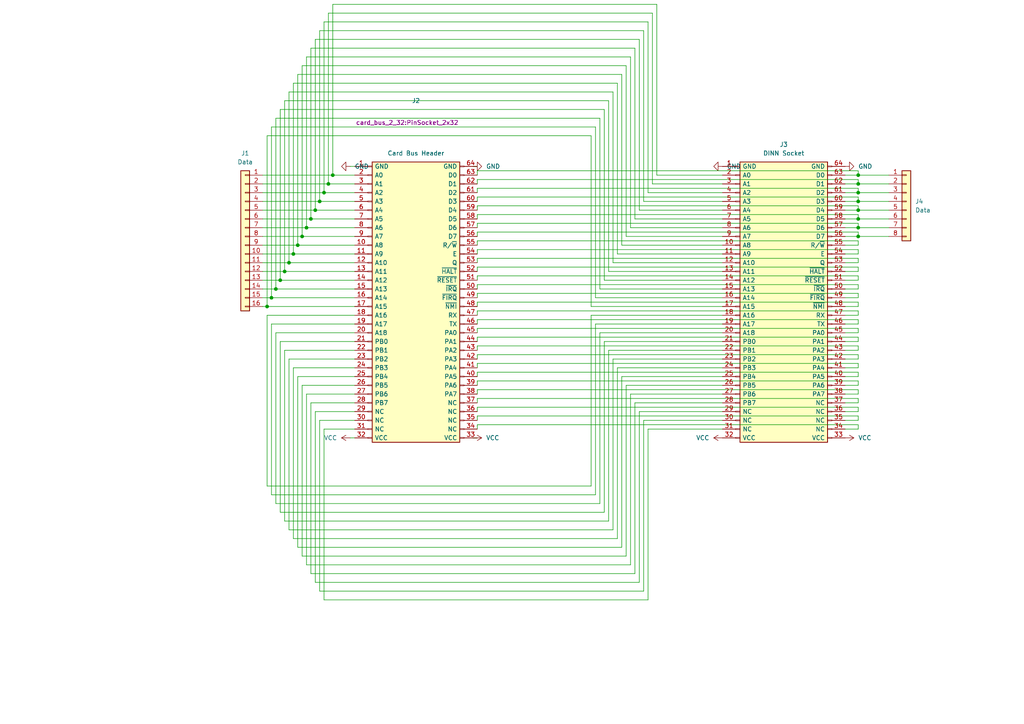
<source format=kicad_sch>
(kicad_sch (version 20211123) (generator eeschema)

  (uuid 62beb7f0-e6a2-4d65-a612-629b8b55c374)

  (paper "A4")

  (lib_symbols
    (symbol "Connector_Generic:Conn_01x08" (pin_names (offset 1.016) hide) (in_bom yes) (on_board yes)
      (property "Reference" "J" (id 0) (at 0 10.16 0)
        (effects (font (size 1.27 1.27)))
      )
      (property "Value" "Conn_01x08" (id 1) (at 0 -12.7 0)
        (effects (font (size 1.27 1.27)))
      )
      (property "Footprint" "" (id 2) (at 0 0 0)
        (effects (font (size 1.27 1.27)) hide)
      )
      (property "Datasheet" "~" (id 3) (at 0 0 0)
        (effects (font (size 1.27 1.27)) hide)
      )
      (property "ki_keywords" "connector" (id 4) (at 0 0 0)
        (effects (font (size 1.27 1.27)) hide)
      )
      (property "ki_description" "Generic connector, single row, 01x08, script generated (kicad-library-utils/schlib/autogen/connector/)" (id 5) (at 0 0 0)
        (effects (font (size 1.27 1.27)) hide)
      )
      (property "ki_fp_filters" "Connector*:*_1x??_*" (id 6) (at 0 0 0)
        (effects (font (size 1.27 1.27)) hide)
      )
      (symbol "Conn_01x08_1_1"
        (rectangle (start -1.27 -10.033) (end 0 -10.287)
          (stroke (width 0.1524) (type default) (color 0 0 0 0))
          (fill (type none))
        )
        (rectangle (start -1.27 -7.493) (end 0 -7.747)
          (stroke (width 0.1524) (type default) (color 0 0 0 0))
          (fill (type none))
        )
        (rectangle (start -1.27 -4.953) (end 0 -5.207)
          (stroke (width 0.1524) (type default) (color 0 0 0 0))
          (fill (type none))
        )
        (rectangle (start -1.27 -2.413) (end 0 -2.667)
          (stroke (width 0.1524) (type default) (color 0 0 0 0))
          (fill (type none))
        )
        (rectangle (start -1.27 0.127) (end 0 -0.127)
          (stroke (width 0.1524) (type default) (color 0 0 0 0))
          (fill (type none))
        )
        (rectangle (start -1.27 2.667) (end 0 2.413)
          (stroke (width 0.1524) (type default) (color 0 0 0 0))
          (fill (type none))
        )
        (rectangle (start -1.27 5.207) (end 0 4.953)
          (stroke (width 0.1524) (type default) (color 0 0 0 0))
          (fill (type none))
        )
        (rectangle (start -1.27 7.747) (end 0 7.493)
          (stroke (width 0.1524) (type default) (color 0 0 0 0))
          (fill (type none))
        )
        (rectangle (start -1.27 8.89) (end 1.27 -11.43)
          (stroke (width 0.254) (type default) (color 0 0 0 0))
          (fill (type background))
        )
        (pin passive line (at -5.08 7.62 0) (length 3.81)
          (name "Pin_1" (effects (font (size 1.27 1.27))))
          (number "1" (effects (font (size 1.27 1.27))))
        )
        (pin passive line (at -5.08 5.08 0) (length 3.81)
          (name "Pin_2" (effects (font (size 1.27 1.27))))
          (number "2" (effects (font (size 1.27 1.27))))
        )
        (pin passive line (at -5.08 2.54 0) (length 3.81)
          (name "Pin_3" (effects (font (size 1.27 1.27))))
          (number "3" (effects (font (size 1.27 1.27))))
        )
        (pin passive line (at -5.08 0 0) (length 3.81)
          (name "Pin_4" (effects (font (size 1.27 1.27))))
          (number "4" (effects (font (size 1.27 1.27))))
        )
        (pin passive line (at -5.08 -2.54 0) (length 3.81)
          (name "Pin_5" (effects (font (size 1.27 1.27))))
          (number "5" (effects (font (size 1.27 1.27))))
        )
        (pin passive line (at -5.08 -5.08 0) (length 3.81)
          (name "Pin_6" (effects (font (size 1.27 1.27))))
          (number "6" (effects (font (size 1.27 1.27))))
        )
        (pin passive line (at -5.08 -7.62 0) (length 3.81)
          (name "Pin_7" (effects (font (size 1.27 1.27))))
          (number "7" (effects (font (size 1.27 1.27))))
        )
        (pin passive line (at -5.08 -10.16 0) (length 3.81)
          (name "Pin_8" (effects (font (size 1.27 1.27))))
          (number "8" (effects (font (size 1.27 1.27))))
        )
      )
    )
    (symbol "Connector_Generic:Conn_01x16" (pin_names (offset 1.016) hide) (in_bom yes) (on_board yes)
      (property "Reference" "J" (id 0) (at 0 20.32 0)
        (effects (font (size 1.27 1.27)))
      )
      (property "Value" "Conn_01x16" (id 1) (at 0 -22.86 0)
        (effects (font (size 1.27 1.27)))
      )
      (property "Footprint" "" (id 2) (at 0 0 0)
        (effects (font (size 1.27 1.27)) hide)
      )
      (property "Datasheet" "~" (id 3) (at 0 0 0)
        (effects (font (size 1.27 1.27)) hide)
      )
      (property "ki_keywords" "connector" (id 4) (at 0 0 0)
        (effects (font (size 1.27 1.27)) hide)
      )
      (property "ki_description" "Generic connector, single row, 01x16, script generated (kicad-library-utils/schlib/autogen/connector/)" (id 5) (at 0 0 0)
        (effects (font (size 1.27 1.27)) hide)
      )
      (property "ki_fp_filters" "Connector*:*_1x??_*" (id 6) (at 0 0 0)
        (effects (font (size 1.27 1.27)) hide)
      )
      (symbol "Conn_01x16_1_1"
        (rectangle (start -1.27 -20.193) (end 0 -20.447)
          (stroke (width 0.1524) (type default) (color 0 0 0 0))
          (fill (type none))
        )
        (rectangle (start -1.27 -17.653) (end 0 -17.907)
          (stroke (width 0.1524) (type default) (color 0 0 0 0))
          (fill (type none))
        )
        (rectangle (start -1.27 -15.113) (end 0 -15.367)
          (stroke (width 0.1524) (type default) (color 0 0 0 0))
          (fill (type none))
        )
        (rectangle (start -1.27 -12.573) (end 0 -12.827)
          (stroke (width 0.1524) (type default) (color 0 0 0 0))
          (fill (type none))
        )
        (rectangle (start -1.27 -10.033) (end 0 -10.287)
          (stroke (width 0.1524) (type default) (color 0 0 0 0))
          (fill (type none))
        )
        (rectangle (start -1.27 -7.493) (end 0 -7.747)
          (stroke (width 0.1524) (type default) (color 0 0 0 0))
          (fill (type none))
        )
        (rectangle (start -1.27 -4.953) (end 0 -5.207)
          (stroke (width 0.1524) (type default) (color 0 0 0 0))
          (fill (type none))
        )
        (rectangle (start -1.27 -2.413) (end 0 -2.667)
          (stroke (width 0.1524) (type default) (color 0 0 0 0))
          (fill (type none))
        )
        (rectangle (start -1.27 0.127) (end 0 -0.127)
          (stroke (width 0.1524) (type default) (color 0 0 0 0))
          (fill (type none))
        )
        (rectangle (start -1.27 2.667) (end 0 2.413)
          (stroke (width 0.1524) (type default) (color 0 0 0 0))
          (fill (type none))
        )
        (rectangle (start -1.27 5.207) (end 0 4.953)
          (stroke (width 0.1524) (type default) (color 0 0 0 0))
          (fill (type none))
        )
        (rectangle (start -1.27 7.747) (end 0 7.493)
          (stroke (width 0.1524) (type default) (color 0 0 0 0))
          (fill (type none))
        )
        (rectangle (start -1.27 10.287) (end 0 10.033)
          (stroke (width 0.1524) (type default) (color 0 0 0 0))
          (fill (type none))
        )
        (rectangle (start -1.27 12.827) (end 0 12.573)
          (stroke (width 0.1524) (type default) (color 0 0 0 0))
          (fill (type none))
        )
        (rectangle (start -1.27 15.367) (end 0 15.113)
          (stroke (width 0.1524) (type default) (color 0 0 0 0))
          (fill (type none))
        )
        (rectangle (start -1.27 17.907) (end 0 17.653)
          (stroke (width 0.1524) (type default) (color 0 0 0 0))
          (fill (type none))
        )
        (rectangle (start -1.27 19.05) (end 1.27 -21.59)
          (stroke (width 0.254) (type default) (color 0 0 0 0))
          (fill (type background))
        )
        (pin passive line (at -5.08 17.78 0) (length 3.81)
          (name "Pin_1" (effects (font (size 1.27 1.27))))
          (number "1" (effects (font (size 1.27 1.27))))
        )
        (pin passive line (at -5.08 -5.08 0) (length 3.81)
          (name "Pin_10" (effects (font (size 1.27 1.27))))
          (number "10" (effects (font (size 1.27 1.27))))
        )
        (pin passive line (at -5.08 -7.62 0) (length 3.81)
          (name "Pin_11" (effects (font (size 1.27 1.27))))
          (number "11" (effects (font (size 1.27 1.27))))
        )
        (pin passive line (at -5.08 -10.16 0) (length 3.81)
          (name "Pin_12" (effects (font (size 1.27 1.27))))
          (number "12" (effects (font (size 1.27 1.27))))
        )
        (pin passive line (at -5.08 -12.7 0) (length 3.81)
          (name "Pin_13" (effects (font (size 1.27 1.27))))
          (number "13" (effects (font (size 1.27 1.27))))
        )
        (pin passive line (at -5.08 -15.24 0) (length 3.81)
          (name "Pin_14" (effects (font (size 1.27 1.27))))
          (number "14" (effects (font (size 1.27 1.27))))
        )
        (pin passive line (at -5.08 -17.78 0) (length 3.81)
          (name "Pin_15" (effects (font (size 1.27 1.27))))
          (number "15" (effects (font (size 1.27 1.27))))
        )
        (pin passive line (at -5.08 -20.32 0) (length 3.81)
          (name "Pin_16" (effects (font (size 1.27 1.27))))
          (number "16" (effects (font (size 1.27 1.27))))
        )
        (pin passive line (at -5.08 15.24 0) (length 3.81)
          (name "Pin_2" (effects (font (size 1.27 1.27))))
          (number "2" (effects (font (size 1.27 1.27))))
        )
        (pin passive line (at -5.08 12.7 0) (length 3.81)
          (name "Pin_3" (effects (font (size 1.27 1.27))))
          (number "3" (effects (font (size 1.27 1.27))))
        )
        (pin passive line (at -5.08 10.16 0) (length 3.81)
          (name "Pin_4" (effects (font (size 1.27 1.27))))
          (number "4" (effects (font (size 1.27 1.27))))
        )
        (pin passive line (at -5.08 7.62 0) (length 3.81)
          (name "Pin_5" (effects (font (size 1.27 1.27))))
          (number "5" (effects (font (size 1.27 1.27))))
        )
        (pin passive line (at -5.08 5.08 0) (length 3.81)
          (name "Pin_6" (effects (font (size 1.27 1.27))))
          (number "6" (effects (font (size 1.27 1.27))))
        )
        (pin passive line (at -5.08 2.54 0) (length 3.81)
          (name "Pin_7" (effects (font (size 1.27 1.27))))
          (number "7" (effects (font (size 1.27 1.27))))
        )
        (pin passive line (at -5.08 0 0) (length 3.81)
          (name "Pin_8" (effects (font (size 1.27 1.27))))
          (number "8" (effects (font (size 1.27 1.27))))
        )
        (pin passive line (at -5.08 -2.54 0) (length 3.81)
          (name "Pin_9" (effects (font (size 1.27 1.27))))
          (number "9" (effects (font (size 1.27 1.27))))
        )
      )
    )
    (symbol "card_bus_2_32:card_bus_2_32" (pin_names (offset 2)) (in_bom yes) (on_board yes)
      (property "Reference" "J" (id 0) (at 1.27 40.64 0)
        (effects (font (size 1.27 1.27)))
      )
      (property "Value" "card_bus_2_32" (id 1) (at 20.32 -49.53 0)
        (effects (font (size 1.27 1.27)))
      )
      (property "Footprint" "card_bus_2_32:PinSocket_2x32_P2.54mm_Vertical" (id 2) (at 10.16 50.8 0)
        (effects (font (size 1.27 1.27)) hide)
      )
      (property "Datasheet" "~" (id 3) (at 0 0 0)
        (effects (font (size 1.27 1.27)) hide)
      )
      (property "ki_keywords" "connector" (id 4) (at 0 0 0)
        (effects (font (size 1.27 1.27)) hide)
      )
      (property "ki_description" "DIN41612 connector, double row (AB), 02x32, script generated (kicad-library-utils/schlib/autogen/connector/)" (id 5) (at 0 0 0)
        (effects (font (size 1.27 1.27)) hide)
      )
      (property "ki_fp_filters" "DIN41612*2x*" (id 6) (at 0 0 0)
        (effects (font (size 1.27 1.27)) hide)
      )
      (symbol "card_bus_2_32_1_1"
        (rectangle (start -1.27 -40.513) (end 0 -40.767)
          (stroke (width 0.1524) (type default) (color 0 0 0 0))
          (fill (type none))
        )
        (rectangle (start -1.27 -37.973) (end 0 -38.227)
          (stroke (width 0.1524) (type default) (color 0 0 0 0))
          (fill (type none))
        )
        (rectangle (start -1.27 -35.433) (end 0 -35.687)
          (stroke (width 0.1524) (type default) (color 0 0 0 0))
          (fill (type none))
        )
        (rectangle (start -1.27 -32.893) (end 0 -33.147)
          (stroke (width 0.1524) (type default) (color 0 0 0 0))
          (fill (type none))
        )
        (rectangle (start -1.27 -30.353) (end 0 -30.607)
          (stroke (width 0.1524) (type default) (color 0 0 0 0))
          (fill (type none))
        )
        (rectangle (start -1.27 -27.813) (end 0 -28.067)
          (stroke (width 0.1524) (type default) (color 0 0 0 0))
          (fill (type none))
        )
        (rectangle (start -1.27 -25.273) (end 0 -25.527)
          (stroke (width 0.1524) (type default) (color 0 0 0 0))
          (fill (type none))
        )
        (rectangle (start -1.27 -22.733) (end 0 -22.987)
          (stroke (width 0.1524) (type default) (color 0 0 0 0))
          (fill (type none))
        )
        (rectangle (start -1.27 -20.193) (end 0 -20.447)
          (stroke (width 0.1524) (type default) (color 0 0 0 0))
          (fill (type none))
        )
        (rectangle (start -1.27 -17.653) (end 0 -17.907)
          (stroke (width 0.1524) (type default) (color 0 0 0 0))
          (fill (type none))
        )
        (rectangle (start -1.27 -15.113) (end 0 -15.367)
          (stroke (width 0.1524) (type default) (color 0 0 0 0))
          (fill (type none))
        )
        (rectangle (start -1.27 -12.573) (end 0 -12.827)
          (stroke (width 0.1524) (type default) (color 0 0 0 0))
          (fill (type none))
        )
        (rectangle (start -1.27 -10.033) (end 0 -10.287)
          (stroke (width 0.1524) (type default) (color 0 0 0 0))
          (fill (type none))
        )
        (rectangle (start -1.27 -7.493) (end 0 -7.747)
          (stroke (width 0.1524) (type default) (color 0 0 0 0))
          (fill (type none))
        )
        (rectangle (start -1.27 -4.953) (end 0 -5.207)
          (stroke (width 0.1524) (type default) (color 0 0 0 0))
          (fill (type none))
        )
        (rectangle (start -1.27 -2.413) (end 0 -2.667)
          (stroke (width 0.1524) (type default) (color 0 0 0 0))
          (fill (type none))
        )
        (rectangle (start -1.27 0.127) (end 0 -0.127)
          (stroke (width 0.1524) (type default) (color 0 0 0 0))
          (fill (type none))
        )
        (rectangle (start -1.27 2.667) (end 0 2.413)
          (stroke (width 0.1524) (type default) (color 0 0 0 0))
          (fill (type none))
        )
        (rectangle (start -1.27 5.207) (end 0 4.953)
          (stroke (width 0.1524) (type default) (color 0 0 0 0))
          (fill (type none))
        )
        (rectangle (start -1.27 7.747) (end 0 7.493)
          (stroke (width 0.1524) (type default) (color 0 0 0 0))
          (fill (type none))
        )
        (rectangle (start -1.27 10.287) (end 0 10.033)
          (stroke (width 0.1524) (type default) (color 0 0 0 0))
          (fill (type none))
        )
        (rectangle (start -1.27 12.827) (end 0 12.573)
          (stroke (width 0.1524) (type default) (color 0 0 0 0))
          (fill (type none))
        )
        (rectangle (start -1.27 15.367) (end 0 15.113)
          (stroke (width 0.1524) (type default) (color 0 0 0 0))
          (fill (type none))
        )
        (rectangle (start -1.27 17.907) (end 0 17.653)
          (stroke (width 0.1524) (type default) (color 0 0 0 0))
          (fill (type none))
        )
        (rectangle (start -1.27 20.447) (end 0 20.193)
          (stroke (width 0.1524) (type default) (color 0 0 0 0))
          (fill (type none))
        )
        (rectangle (start -1.27 22.987) (end 0 22.733)
          (stroke (width 0.1524) (type default) (color 0 0 0 0))
          (fill (type none))
        )
        (rectangle (start -1.27 25.527) (end 0 25.273)
          (stroke (width 0.1524) (type default) (color 0 0 0 0))
          (fill (type none))
        )
        (rectangle (start -1.27 28.067) (end 0 27.813)
          (stroke (width 0.1524) (type default) (color 0 0 0 0))
          (fill (type none))
        )
        (rectangle (start -1.27 30.607) (end 0 30.353)
          (stroke (width 0.1524) (type default) (color 0 0 0 0))
          (fill (type none))
        )
        (rectangle (start -1.27 33.147) (end 0 32.893)
          (stroke (width 0.1524) (type default) (color 0 0 0 0))
          (fill (type none))
        )
        (rectangle (start -1.27 35.687) (end 0 35.433)
          (stroke (width 0.1524) (type default) (color 0 0 0 0))
          (fill (type none))
        )
        (rectangle (start -1.27 38.227) (end 0 37.973)
          (stroke (width 0.1524) (type default) (color 0 0 0 0))
          (fill (type none))
        )
        (rectangle (start 0 39.37) (end 25.4 -41.91)
          (stroke (width 0.254) (type default) (color 0 0 0 0))
          (fill (type background))
        )
        (rectangle (start 25.4 -40.513) (end 26.67 -40.767)
          (stroke (width 0.1524) (type default) (color 0 0 0 0))
          (fill (type none))
        )
        (rectangle (start 25.4 -37.973) (end 26.67 -38.227)
          (stroke (width 0.1524) (type default) (color 0 0 0 0))
          (fill (type none))
        )
        (rectangle (start 25.4 -35.433) (end 26.67 -35.687)
          (stroke (width 0.1524) (type default) (color 0 0 0 0))
          (fill (type none))
        )
        (rectangle (start 25.4 -32.893) (end 26.67 -33.147)
          (stroke (width 0.1524) (type default) (color 0 0 0 0))
          (fill (type none))
        )
        (rectangle (start 25.4 -30.353) (end 26.67 -30.607)
          (stroke (width 0.1524) (type default) (color 0 0 0 0))
          (fill (type none))
        )
        (rectangle (start 25.4 -27.813) (end 26.67 -28.067)
          (stroke (width 0.1524) (type default) (color 0 0 0 0))
          (fill (type none))
        )
        (rectangle (start 25.4 -25.273) (end 26.67 -25.527)
          (stroke (width 0.1524) (type default) (color 0 0 0 0))
          (fill (type none))
        )
        (rectangle (start 25.4 -22.733) (end 26.67 -22.987)
          (stroke (width 0.1524) (type default) (color 0 0 0 0))
          (fill (type none))
        )
        (rectangle (start 25.4 -20.193) (end 26.67 -20.447)
          (stroke (width 0.1524) (type default) (color 0 0 0 0))
          (fill (type none))
        )
        (rectangle (start 25.4 -17.653) (end 26.67 -17.907)
          (stroke (width 0.1524) (type default) (color 0 0 0 0))
          (fill (type none))
        )
        (rectangle (start 25.4 -15.113) (end 26.67 -15.367)
          (stroke (width 0.1524) (type default) (color 0 0 0 0))
          (fill (type none))
        )
        (rectangle (start 25.4 -12.573) (end 26.67 -12.827)
          (stroke (width 0.1524) (type default) (color 0 0 0 0))
          (fill (type none))
        )
        (rectangle (start 25.4 -10.033) (end 26.67 -10.287)
          (stroke (width 0.1524) (type default) (color 0 0 0 0))
          (fill (type none))
        )
        (rectangle (start 25.4 -7.493) (end 26.67 -7.747)
          (stroke (width 0.1524) (type default) (color 0 0 0 0))
          (fill (type none))
        )
        (rectangle (start 25.4 -4.953) (end 26.67 -5.207)
          (stroke (width 0.1524) (type default) (color 0 0 0 0))
          (fill (type none))
        )
        (rectangle (start 25.4 -2.413) (end 26.67 -2.667)
          (stroke (width 0.1524) (type default) (color 0 0 0 0))
          (fill (type none))
        )
        (rectangle (start 25.4 0.127) (end 26.67 -0.127)
          (stroke (width 0.1524) (type default) (color 0 0 0 0))
          (fill (type none))
        )
        (rectangle (start 25.4 2.667) (end 26.67 2.413)
          (stroke (width 0.1524) (type default) (color 0 0 0 0))
          (fill (type none))
        )
        (rectangle (start 25.4 5.207) (end 26.67 4.953)
          (stroke (width 0.1524) (type default) (color 0 0 0 0))
          (fill (type none))
        )
        (rectangle (start 25.4 7.747) (end 26.67 7.493)
          (stroke (width 0.1524) (type default) (color 0 0 0 0))
          (fill (type none))
        )
        (rectangle (start 25.4 10.287) (end 26.67 10.033)
          (stroke (width 0.1524) (type default) (color 0 0 0 0))
          (fill (type none))
        )
        (rectangle (start 25.4 12.827) (end 26.67 12.573)
          (stroke (width 0.1524) (type default) (color 0 0 0 0))
          (fill (type none))
        )
        (rectangle (start 25.4 15.367) (end 26.67 15.113)
          (stroke (width 0.1524) (type default) (color 0 0 0 0))
          (fill (type none))
        )
        (rectangle (start 25.4 17.907) (end 26.67 17.653)
          (stroke (width 0.1524) (type default) (color 0 0 0 0))
          (fill (type none))
        )
        (rectangle (start 25.4 20.447) (end 26.67 20.193)
          (stroke (width 0.1524) (type default) (color 0 0 0 0))
          (fill (type none))
        )
        (rectangle (start 25.4 22.987) (end 26.67 22.733)
          (stroke (width 0.1524) (type default) (color 0 0 0 0))
          (fill (type none))
        )
        (rectangle (start 25.4 25.527) (end 26.67 25.273)
          (stroke (width 0.1524) (type default) (color 0 0 0 0))
          (fill (type none))
        )
        (rectangle (start 25.4 28.067) (end 26.67 27.813)
          (stroke (width 0.1524) (type default) (color 0 0 0 0))
          (fill (type none))
        )
        (rectangle (start 25.4 30.607) (end 26.67 30.353)
          (stroke (width 0.1524) (type default) (color 0 0 0 0))
          (fill (type none))
        )
        (rectangle (start 25.4 33.147) (end 26.67 32.893)
          (stroke (width 0.1524) (type default) (color 0 0 0 0))
          (fill (type none))
        )
        (rectangle (start 25.4 35.687) (end 26.67 35.433)
          (stroke (width 0.1524) (type default) (color 0 0 0 0))
          (fill (type none))
        )
        (rectangle (start 25.4 38.227) (end 26.67 37.973)
          (stroke (width 0.1524) (type default) (color 0 0 0 0))
          (fill (type none))
        )
        (pin power_in line (at -5.08 38.1 0) (length 3.81)
          (name "GND" (effects (font (size 1.27 1.27))))
          (number "1" (effects (font (size 1.27 1.27))))
        )
        (pin output line (at -5.08 15.24 0) (length 3.81)
          (name "A8" (effects (font (size 1.27 1.27))))
          (number "10" (effects (font (size 1.27 1.27))))
        )
        (pin output line (at -5.08 12.7 0) (length 3.81)
          (name "A9" (effects (font (size 1.27 1.27))))
          (number "11" (effects (font (size 1.27 1.27))))
        )
        (pin output line (at -5.08 10.16 0) (length 3.81)
          (name "A10" (effects (font (size 1.27 1.27))))
          (number "12" (effects (font (size 1.27 1.27))))
        )
        (pin output line (at -5.08 7.62 0) (length 3.81)
          (name "A11" (effects (font (size 1.27 1.27))))
          (number "13" (effects (font (size 1.27 1.27))))
        )
        (pin output line (at -5.08 5.08 0) (length 3.81)
          (name "A12" (effects (font (size 1.27 1.27))))
          (number "14" (effects (font (size 1.27 1.27))))
        )
        (pin output line (at -5.08 2.54 0) (length 3.81)
          (name "A13" (effects (font (size 1.27 1.27))))
          (number "15" (effects (font (size 1.27 1.27))))
        )
        (pin output line (at -5.08 0 0) (length 3.81)
          (name "A14" (effects (font (size 1.27 1.27))))
          (number "16" (effects (font (size 1.27 1.27))))
        )
        (pin output line (at -5.08 -2.54 0) (length 3.81)
          (name "A15" (effects (font (size 1.27 1.27))))
          (number "17" (effects (font (size 1.27 1.27))))
        )
        (pin output line (at -5.08 -5.08 0) (length 3.81)
          (name "A16" (effects (font (size 1.27 1.27))))
          (number "18" (effects (font (size 1.27 1.27))))
        )
        (pin output line (at -5.08 -7.62 0) (length 3.81)
          (name "A17" (effects (font (size 1.27 1.27))))
          (number "19" (effects (font (size 1.27 1.27))))
        )
        (pin output line (at -5.08 35.56 0) (length 3.81)
          (name "A0" (effects (font (size 1.27 1.27))))
          (number "2" (effects (font (size 1.27 1.27))))
        )
        (pin output line (at -5.08 -10.16 0) (length 3.81)
          (name "A18" (effects (font (size 1.27 1.27))))
          (number "20" (effects (font (size 1.27 1.27))))
        )
        (pin bidirectional line (at -5.08 -12.7 0) (length 3.81)
          (name "PB0" (effects (font (size 1.27 1.27))))
          (number "21" (effects (font (size 1.27 1.27))))
        )
        (pin bidirectional line (at -5.08 -15.24 0) (length 3.81)
          (name "PB1" (effects (font (size 1.27 1.27))))
          (number "22" (effects (font (size 1.27 1.27))))
        )
        (pin bidirectional line (at -5.08 -17.78 0) (length 3.81)
          (name "PB2" (effects (font (size 1.27 1.27))))
          (number "23" (effects (font (size 1.27 1.27))))
        )
        (pin bidirectional line (at -5.08 -20.32 0) (length 3.81)
          (name "PB3" (effects (font (size 1.27 1.27))))
          (number "24" (effects (font (size 1.27 1.27))))
        )
        (pin bidirectional line (at -5.08 -22.86 0) (length 3.81)
          (name "PB4" (effects (font (size 1.27 1.27))))
          (number "25" (effects (font (size 1.27 1.27))))
        )
        (pin bidirectional line (at -5.08 -25.4 0) (length 3.81)
          (name "PB5" (effects (font (size 1.27 1.27))))
          (number "26" (effects (font (size 1.27 1.27))))
        )
        (pin bidirectional line (at -5.08 -27.94 0) (length 3.81)
          (name "PB6" (effects (font (size 1.27 1.27))))
          (number "27" (effects (font (size 1.27 1.27))))
        )
        (pin bidirectional line (at -5.08 -30.48 0) (length 3.81)
          (name "PB7" (effects (font (size 1.27 1.27))))
          (number "28" (effects (font (size 1.27 1.27))))
        )
        (pin unspecified line (at -5.08 -33.02 0) (length 3.81)
          (name "NC" (effects (font (size 1.27 1.27))))
          (number "29" (effects (font (size 1.27 1.27))))
        )
        (pin output line (at -5.08 33.02 0) (length 3.81)
          (name "A1" (effects (font (size 1.27 1.27))))
          (number "3" (effects (font (size 1.27 1.27))))
        )
        (pin unspecified line (at -5.08 -35.56 0) (length 3.81)
          (name "NC" (effects (font (size 1.27 1.27))))
          (number "30" (effects (font (size 1.27 1.27))))
        )
        (pin unspecified line (at -5.08 -38.1 0) (length 3.81)
          (name "NC" (effects (font (size 1.27 1.27))))
          (number "31" (effects (font (size 1.27 1.27))))
        )
        (pin power_in line (at -5.08 -40.64 0) (length 3.81)
          (name "VCC" (effects (font (size 1.27 1.27))))
          (number "32" (effects (font (size 1.27 1.27))))
        )
        (pin power_in line (at 30.48 -40.64 180) (length 3.81)
          (name "VCC" (effects (font (size 1.27 1.27))))
          (number "33" (effects (font (size 1.27 1.27))))
        )
        (pin unspecified line (at 30.48 -38.1 180) (length 3.81)
          (name "NC" (effects (font (size 1.27 1.27))))
          (number "34" (effects (font (size 1.27 1.27))))
        )
        (pin unspecified line (at 30.48 -35.56 180) (length 3.81)
          (name "NC" (effects (font (size 1.27 1.27))))
          (number "35" (effects (font (size 1.27 1.27))))
        )
        (pin unspecified line (at 30.48 -33.02 180) (length 3.81)
          (name "NC" (effects (font (size 1.27 1.27))))
          (number "36" (effects (font (size 1.27 1.27))))
        )
        (pin unspecified line (at 30.48 -30.48 180) (length 3.81)
          (name "NC" (effects (font (size 1.27 1.27))))
          (number "37" (effects (font (size 1.27 1.27))))
        )
        (pin bidirectional line (at 30.48 -27.94 180) (length 3.81)
          (name "PA7" (effects (font (size 1.27 1.27))))
          (number "38" (effects (font (size 1.27 1.27))))
        )
        (pin bidirectional line (at 30.48 -25.4 180) (length 3.81)
          (name "PA6" (effects (font (size 1.27 1.27))))
          (number "39" (effects (font (size 1.27 1.27))))
        )
        (pin output line (at -5.08 30.48 0) (length 3.81)
          (name "A2" (effects (font (size 1.27 1.27))))
          (number "4" (effects (font (size 1.27 1.27))))
        )
        (pin bidirectional line (at 30.48 -22.86 180) (length 3.81)
          (name "PA5" (effects (font (size 1.27 1.27))))
          (number "40" (effects (font (size 1.27 1.27))))
        )
        (pin bidirectional line (at 30.48 -20.32 180) (length 3.81)
          (name "PA4" (effects (font (size 1.27 1.27))))
          (number "41" (effects (font (size 1.27 1.27))))
        )
        (pin bidirectional line (at 30.48 -17.78 180) (length 3.81)
          (name "PA3" (effects (font (size 1.27 1.27))))
          (number "42" (effects (font (size 1.27 1.27))))
        )
        (pin bidirectional line (at 30.48 -15.24 180) (length 3.81)
          (name "PA2" (effects (font (size 1.27 1.27))))
          (number "43" (effects (font (size 1.27 1.27))))
        )
        (pin bidirectional line (at 30.48 -12.7 180) (length 3.81)
          (name "PA1" (effects (font (size 1.27 1.27))))
          (number "44" (effects (font (size 1.27 1.27))))
        )
        (pin bidirectional line (at 30.48 -10.16 180) (length 3.81)
          (name "PA0" (effects (font (size 1.27 1.27))))
          (number "45" (effects (font (size 1.27 1.27))))
        )
        (pin output line (at 30.48 -7.62 180) (length 3.81)
          (name "TX" (effects (font (size 1.27 1.27))))
          (number "46" (effects (font (size 1.27 1.27))))
        )
        (pin input line (at 30.48 -5.08 180) (length 3.81)
          (name "RX" (effects (font (size 1.27 1.27))))
          (number "47" (effects (font (size 1.27 1.27))))
        )
        (pin input line (at 30.48 -2.54 180) (length 3.81)
          (name "~{NMI}" (effects (font (size 1.27 1.27))))
          (number "48" (effects (font (size 1.27 1.27))))
        )
        (pin input line (at 30.48 0 180) (length 3.81)
          (name "~{FIRQ}" (effects (font (size 1.27 1.27))))
          (number "49" (effects (font (size 1.27 1.27))))
        )
        (pin output line (at -5.08 27.94 0) (length 3.81)
          (name "A3" (effects (font (size 1.27 1.27))))
          (number "5" (effects (font (size 1.27 1.27))))
        )
        (pin input line (at 30.48 2.54 180) (length 3.81)
          (name "~{IRQ}" (effects (font (size 1.27 1.27))))
          (number "50" (effects (font (size 1.27 1.27))))
        )
        (pin input line (at 30.48 5.08 180) (length 3.81)
          (name "~{RESET}" (effects (font (size 1.27 1.27))))
          (number "51" (effects (font (size 1.27 1.27))))
        )
        (pin input line (at 30.48 7.62 180) (length 3.81)
          (name "~{HALT}" (effects (font (size 1.27 1.27))))
          (number "52" (effects (font (size 1.27 1.27))))
        )
        (pin input line (at 30.48 10.16 180) (length 3.81)
          (name "Q" (effects (font (size 1.27 1.27))))
          (number "53" (effects (font (size 1.27 1.27))))
        )
        (pin input line (at 30.48 12.7 180) (length 3.81)
          (name "E" (effects (font (size 1.27 1.27))))
          (number "54" (effects (font (size 1.27 1.27))))
        )
        (pin output line (at 30.48 15.24 180) (length 3.81)
          (name "R/~{W}" (effects (font (size 1.27 1.27))))
          (number "55" (effects (font (size 1.27 1.27))))
        )
        (pin bidirectional line (at 30.48 17.78 180) (length 3.81)
          (name "D7" (effects (font (size 1.27 1.27))))
          (number "56" (effects (font (size 1.27 1.27))))
        )
        (pin bidirectional line (at 30.48 20.32 180) (length 3.81)
          (name "D6" (effects (font (size 1.27 1.27))))
          (number "57" (effects (font (size 1.27 1.27))))
        )
        (pin bidirectional line (at 30.48 22.86 180) (length 3.81)
          (name "D5" (effects (font (size 1.27 1.27))))
          (number "58" (effects (font (size 1.27 1.27))))
        )
        (pin bidirectional line (at 30.48 25.4 180) (length 3.81)
          (name "D4" (effects (font (size 1.27 1.27))))
          (number "59" (effects (font (size 1.27 1.27))))
        )
        (pin output line (at -5.08 25.4 0) (length 3.81)
          (name "A4" (effects (font (size 1.27 1.27))))
          (number "6" (effects (font (size 1.27 1.27))))
        )
        (pin bidirectional line (at 30.48 27.94 180) (length 3.81)
          (name "D3" (effects (font (size 1.27 1.27))))
          (number "60" (effects (font (size 1.27 1.27))))
        )
        (pin bidirectional line (at 30.48 30.48 180) (length 3.81)
          (name "D2" (effects (font (size 1.27 1.27))))
          (number "61" (effects (font (size 1.27 1.27))))
        )
        (pin bidirectional line (at 30.48 33.02 180) (length 3.81)
          (name "D1" (effects (font (size 1.27 1.27))))
          (number "62" (effects (font (size 1.27 1.27))))
        )
        (pin bidirectional line (at 30.48 35.56 180) (length 3.81)
          (name "D0" (effects (font (size 1.27 1.27))))
          (number "63" (effects (font (size 1.27 1.27))))
        )
        (pin power_in line (at 30.48 38.1 180) (length 3.81)
          (name "GND" (effects (font (size 1.27 1.27))))
          (number "64" (effects (font (size 1.27 1.27))))
        )
        (pin output line (at -5.08 22.86 0) (length 3.81)
          (name "A5" (effects (font (size 1.27 1.27))))
          (number "7" (effects (font (size 1.27 1.27))))
        )
        (pin output line (at -5.08 20.32 0) (length 3.81)
          (name "A6" (effects (font (size 1.27 1.27))))
          (number "8" (effects (font (size 1.27 1.27))))
        )
        (pin output line (at -5.08 17.78 0) (length 3.81)
          (name "A7" (effects (font (size 1.27 1.27))))
          (number "9" (effects (font (size 1.27 1.27))))
        )
      )
    )
    (symbol "power:GND" (power) (pin_names (offset 0)) (in_bom yes) (on_board yes)
      (property "Reference" "#PWR" (id 0) (at 0 -6.35 0)
        (effects (font (size 1.27 1.27)) hide)
      )
      (property "Value" "GND" (id 1) (at 0 -3.81 0)
        (effects (font (size 1.27 1.27)))
      )
      (property "Footprint" "" (id 2) (at 0 0 0)
        (effects (font (size 1.27 1.27)) hide)
      )
      (property "Datasheet" "" (id 3) (at 0 0 0)
        (effects (font (size 1.27 1.27)) hide)
      )
      (property "ki_keywords" "power-flag" (id 4) (at 0 0 0)
        (effects (font (size 1.27 1.27)) hide)
      )
      (property "ki_description" "Power symbol creates a global label with name \"GND\" , ground" (id 5) (at 0 0 0)
        (effects (font (size 1.27 1.27)) hide)
      )
      (symbol "GND_0_1"
        (polyline
          (pts
            (xy 0 0)
            (xy 0 -1.27)
            (xy 1.27 -1.27)
            (xy 0 -2.54)
            (xy -1.27 -1.27)
            (xy 0 -1.27)
          )
          (stroke (width 0) (type default) (color 0 0 0 0))
          (fill (type none))
        )
      )
      (symbol "GND_1_1"
        (pin power_in line (at 0 0 270) (length 0) hide
          (name "GND" (effects (font (size 1.27 1.27))))
          (number "1" (effects (font (size 1.27 1.27))))
        )
      )
    )
    (symbol "power:VCC" (power) (pin_names (offset 0)) (in_bom yes) (on_board yes)
      (property "Reference" "#PWR" (id 0) (at 0 -3.81 0)
        (effects (font (size 1.27 1.27)) hide)
      )
      (property "Value" "VCC" (id 1) (at 0 3.81 0)
        (effects (font (size 1.27 1.27)))
      )
      (property "Footprint" "" (id 2) (at 0 0 0)
        (effects (font (size 1.27 1.27)) hide)
      )
      (property "Datasheet" "" (id 3) (at 0 0 0)
        (effects (font (size 1.27 1.27)) hide)
      )
      (property "ki_keywords" "power-flag" (id 4) (at 0 0 0)
        (effects (font (size 1.27 1.27)) hide)
      )
      (property "ki_description" "Power symbol creates a global label with name \"VCC\"" (id 5) (at 0 0 0)
        (effects (font (size 1.27 1.27)) hide)
      )
      (symbol "VCC_0_1"
        (polyline
          (pts
            (xy -0.762 1.27)
            (xy 0 2.54)
          )
          (stroke (width 0) (type default) (color 0 0 0 0))
          (fill (type none))
        )
        (polyline
          (pts
            (xy 0 0)
            (xy 0 2.54)
          )
          (stroke (width 0) (type default) (color 0 0 0 0))
          (fill (type none))
        )
        (polyline
          (pts
            (xy 0 2.54)
            (xy 0.762 1.27)
          )
          (stroke (width 0) (type default) (color 0 0 0 0))
          (fill (type none))
        )
      )
      (symbol "VCC_1_1"
        (pin power_in line (at 0 0 90) (length 0) hide
          (name "VCC" (effects (font (size 1.27 1.27))))
          (number "1" (effects (font (size 1.27 1.27))))
        )
      )
    )
  )

  (junction (at 88.9 66.04) (diameter 0) (color 0 0 0 0)
    (uuid 048813a8-0377-487e-b993-57b248be72df)
  )
  (junction (at 81.28 81.28) (diameter 0) (color 0 0 0 0)
    (uuid 0cbdb8fb-c1cc-48fd-937b-7b3a55a1b36f)
  )
  (junction (at 80.01 83.82) (diameter 0) (color 0 0 0 0)
    (uuid 19c6a7db-d9f3-4e08-9e8b-7b2388a7bcf5)
  )
  (junction (at 248.92 55.88) (diameter 0) (color 0 0 0 0)
    (uuid 2e05bc13-0cee-409c-84e0-0a77adb33c66)
  )
  (junction (at 87.63 68.58) (diameter 0) (color 0 0 0 0)
    (uuid 39920521-9fa6-408b-acdb-bb249643128d)
  )
  (junction (at 248.92 68.58) (diameter 0) (color 0 0 0 0)
    (uuid 419e7177-f127-4775-89b0-e02aba5e5f81)
  )
  (junction (at 82.55 78.74) (diameter 0) (color 0 0 0 0)
    (uuid 49978b08-5ea3-46bd-b775-79ead49dd4ce)
  )
  (junction (at 78.74 86.36) (diameter 0) (color 0 0 0 0)
    (uuid 4e8d2cb2-e125-4e5b-bf53-5d1823b61180)
  )
  (junction (at 90.17 63.5) (diameter 0) (color 0 0 0 0)
    (uuid 508be7e8-f4f9-4aa1-b94f-8dc20e1b1c23)
  )
  (junction (at 83.82 76.2) (diameter 0) (color 0 0 0 0)
    (uuid 73e4134a-b8b1-43f1-8816-e2b1f9d95d93)
  )
  (junction (at 248.92 53.34) (diameter 0) (color 0 0 0 0)
    (uuid 7dc77c54-92cc-4697-b113-0f6de691370c)
  )
  (junction (at 91.44 60.96) (diameter 0) (color 0 0 0 0)
    (uuid 80614f19-26a8-425d-87e5-15d93a19e1c4)
  )
  (junction (at 248.92 58.42) (diameter 0) (color 0 0 0 0)
    (uuid 847352a3-2462-47cb-8626-1e8ff6faf168)
  )
  (junction (at 93.98 55.88) (diameter 0) (color 0 0 0 0)
    (uuid 9125caf0-7946-4fd5-8042-a3dd88f93d8a)
  )
  (junction (at 248.92 50.8) (diameter 0) (color 0 0 0 0)
    (uuid 91b997d5-8b20-416d-a93e-ad9dbdbf122b)
  )
  (junction (at 248.92 66.04) (diameter 0) (color 0 0 0 0)
    (uuid a1e450b5-87ae-4230-a9b4-f43030a9ec45)
  )
  (junction (at 92.71 58.42) (diameter 0) (color 0 0 0 0)
    (uuid bfab6cfc-14d3-4ccb-b705-e374edfc616f)
  )
  (junction (at 95.25 53.34) (diameter 0) (color 0 0 0 0)
    (uuid c7efee1a-9e30-4f44-85c8-58390ff22c7b)
  )
  (junction (at 86.36 71.12) (diameter 0) (color 0 0 0 0)
    (uuid cac6d47d-a393-4d19-bab0-c8e6184cfa90)
  )
  (junction (at 77.47 88.9) (diameter 0) (color 0 0 0 0)
    (uuid ccfda5b8-db4f-46a2-bada-88e04f77e416)
  )
  (junction (at 96.52 50.8) (diameter 0) (color 0 0 0 0)
    (uuid cf877a5c-1257-4fd6-9d28-daae8446a61d)
  )
  (junction (at 85.09 73.66) (diameter 0) (color 0 0 0 0)
    (uuid d6aa380b-f993-440d-bbb7-28457eea30f1)
  )
  (junction (at 248.92 60.96) (diameter 0) (color 0 0 0 0)
    (uuid f17ebf36-8749-4ebf-aea1-49b9edd77638)
  )
  (junction (at 248.92 63.5) (diameter 0) (color 0 0 0 0)
    (uuid fa017ca1-7a08-47eb-b84c-5f0da5984411)
  )

  (wire (pts (xy 138.43 60.96) (xy 138.43 59.69))
    (stroke (width 0) (type default) (color 0 0 0 0))
    (uuid 0048e230-dcd8-4f12-a1b2-23aee40c6f2d)
  )
  (wire (pts (xy 91.44 119.38) (xy 91.44 168.91))
    (stroke (width 0) (type default) (color 0 0 0 0))
    (uuid 00fd0732-748f-41fc-a23e-2487c39dbbc9)
  )
  (wire (pts (xy 248.92 113.03) (xy 248.92 114.3))
    (stroke (width 0) (type default) (color 0 0 0 0))
    (uuid 014d2929-c9d0-40bd-b9a3-fdfb1d0c2a71)
  )
  (wire (pts (xy 88.9 114.3) (xy 88.9 163.83))
    (stroke (width 0) (type default) (color 0 0 0 0))
    (uuid 0219cfa6-d5c0-4233-a35f-280cf2cb82e0)
  )
  (wire (pts (xy 83.82 104.14) (xy 102.87 104.14))
    (stroke (width 0) (type default) (color 0 0 0 0))
    (uuid 039db4be-10f5-4c04-9b45-d97fcc3470bf)
  )
  (wire (pts (xy 80.01 83.82) (xy 80.01 34.29))
    (stroke (width 0) (type default) (color 0 0 0 0))
    (uuid 0418b93b-c69e-48ca-9cfc-e09734842a32)
  )
  (wire (pts (xy 76.2 73.66) (xy 85.09 73.66))
    (stroke (width 0) (type default) (color 0 0 0 0))
    (uuid 061952c6-c7fd-4f54-ab54-9b0eac09b59e)
  )
  (wire (pts (xy 181.61 19.05) (xy 181.61 68.58))
    (stroke (width 0) (type default) (color 0 0 0 0))
    (uuid 070e6df9-9562-49b5-950f-75e7f668da77)
  )
  (wire (pts (xy 245.11 58.42) (xy 248.92 58.42))
    (stroke (width 0) (type default) (color 0 0 0 0))
    (uuid 07d8de26-595f-4286-b2b3-bd2b2016a315)
  )
  (wire (pts (xy 92.71 121.92) (xy 102.87 121.92))
    (stroke (width 0) (type default) (color 0 0 0 0))
    (uuid 0a3b9c7c-8277-4256-80d6-b085c85e5e05)
  )
  (wire (pts (xy 91.44 60.96) (xy 91.44 11.43))
    (stroke (width 0) (type default) (color 0 0 0 0))
    (uuid 0a638bcb-6017-4731-9a42-97e1e24aba8f)
  )
  (wire (pts (xy 248.92 66.04) (xy 257.81 66.04))
    (stroke (width 0) (type default) (color 0 0 0 0))
    (uuid 0a7c4672-acd8-4064-9524-dfe0a3061038)
  )
  (wire (pts (xy 245.11 116.84) (xy 248.92 116.84))
    (stroke (width 0) (type default) (color 0 0 0 0))
    (uuid 0bc6d1cb-3932-473a-9ba4-0459ef6ef25c)
  )
  (wire (pts (xy 138.43 107.95) (xy 248.92 107.95))
    (stroke (width 0) (type default) (color 0 0 0 0))
    (uuid 0d9c18c5-8629-49dc-b947-f09d6adacb3b)
  )
  (wire (pts (xy 138.43 53.34) (xy 138.43 52.07))
    (stroke (width 0) (type default) (color 0 0 0 0))
    (uuid 0e151e31-a987-4ebc-acfb-8661f1ce183a)
  )
  (wire (pts (xy 138.43 63.5) (xy 138.43 62.23))
    (stroke (width 0) (type default) (color 0 0 0 0))
    (uuid 0f71b672-7eaa-4a5d-b241-6ea022f9c643)
  )
  (wire (pts (xy 138.43 81.28) (xy 138.43 80.01))
    (stroke (width 0) (type default) (color 0 0 0 0))
    (uuid 0fde7b6e-9ca2-4f59-a9da-24ae92071c38)
  )
  (wire (pts (xy 248.92 120.65) (xy 248.92 121.92))
    (stroke (width 0) (type default) (color 0 0 0 0))
    (uuid 10e0aa6b-2faf-480a-a41f-6784a1458cd2)
  )
  (wire (pts (xy 248.92 49.53) (xy 248.92 50.8))
    (stroke (width 0) (type default) (color 0 0 0 0))
    (uuid 1218b689-d187-4a32-be7d-3f01f7a1bff7)
  )
  (wire (pts (xy 138.43 90.17) (xy 248.92 90.17))
    (stroke (width 0) (type default) (color 0 0 0 0))
    (uuid 14577dae-ae1d-4be5-b926-31993e8e17fd)
  )
  (wire (pts (xy 248.92 72.39) (xy 248.92 73.66))
    (stroke (width 0) (type default) (color 0 0 0 0))
    (uuid 14865bfd-dd5d-4c6f-8743-f558503ab545)
  )
  (wire (pts (xy 182.88 114.3) (xy 209.55 114.3))
    (stroke (width 0) (type default) (color 0 0 0 0))
    (uuid 148cf7a7-d0b8-46c2-b1f3-446183502704)
  )
  (wire (pts (xy 138.43 50.8) (xy 138.43 49.53))
    (stroke (width 0) (type default) (color 0 0 0 0))
    (uuid 151c6bf0-708a-4379-9f15-0bf252f413c3)
  )
  (wire (pts (xy 83.82 104.14) (xy 83.82 153.67))
    (stroke (width 0) (type default) (color 0 0 0 0))
    (uuid 1573ec90-e9d7-4504-99ff-dc957a3d750b)
  )
  (wire (pts (xy 138.43 121.92) (xy 138.43 120.65))
    (stroke (width 0) (type default) (color 0 0 0 0))
    (uuid 18110831-1897-41cf-89b5-8166f53a06b1)
  )
  (wire (pts (xy 248.92 118.11) (xy 248.92 119.38))
    (stroke (width 0) (type default) (color 0 0 0 0))
    (uuid 186201a8-596f-48d3-81b0-79c996feb6c6)
  )
  (wire (pts (xy 80.01 96.52) (xy 102.87 96.52))
    (stroke (width 0) (type default) (color 0 0 0 0))
    (uuid 18cab152-bb44-4cd6-afb9-b8cb6c3a6ebb)
  )
  (wire (pts (xy 138.43 77.47) (xy 248.92 77.47))
    (stroke (width 0) (type default) (color 0 0 0 0))
    (uuid 192b394f-95d0-4661-851d-6c21ead81833)
  )
  (wire (pts (xy 82.55 101.6) (xy 82.55 151.13))
    (stroke (width 0) (type default) (color 0 0 0 0))
    (uuid 1a1393c1-40d6-490e-9d58-78ba1488fdb2)
  )
  (wire (pts (xy 76.2 71.12) (xy 86.36 71.12))
    (stroke (width 0) (type default) (color 0 0 0 0))
    (uuid 1a167ce4-00db-4456-aff7-0ff18b4b4d81)
  )
  (wire (pts (xy 76.2 76.2) (xy 83.82 76.2))
    (stroke (width 0) (type default) (color 0 0 0 0))
    (uuid 1ae5654d-236a-42f1-8e5b-e2b13d5e6eef)
  )
  (wire (pts (xy 88.9 16.51) (xy 182.88 16.51))
    (stroke (width 0) (type default) (color 0 0 0 0))
    (uuid 1afaeb8a-ecce-4954-bdf9-5cf4e042fc71)
  )
  (wire (pts (xy 248.92 77.47) (xy 248.92 78.74))
    (stroke (width 0) (type default) (color 0 0 0 0))
    (uuid 1c1b846f-5b9d-4b51-adff-89c79611d7bc)
  )
  (wire (pts (xy 176.53 78.74) (xy 209.55 78.74))
    (stroke (width 0) (type default) (color 0 0 0 0))
    (uuid 1d1c30bd-4755-4b89-9b77-adb0b5c1715c)
  )
  (wire (pts (xy 182.88 66.04) (xy 209.55 66.04))
    (stroke (width 0) (type default) (color 0 0 0 0))
    (uuid 1fd8f359-51b5-4ad0-8bbc-cd65cadfbd99)
  )
  (wire (pts (xy 248.92 85.09) (xy 248.92 86.36))
    (stroke (width 0) (type default) (color 0 0 0 0))
    (uuid 211961af-fa60-4f01-ad11-b4ac703e2f2e)
  )
  (wire (pts (xy 180.34 21.59) (xy 180.34 71.12))
    (stroke (width 0) (type default) (color 0 0 0 0))
    (uuid 22282c74-56e7-4607-93a4-82427f194083)
  )
  (wire (pts (xy 245.11 96.52) (xy 248.92 96.52))
    (stroke (width 0) (type default) (color 0 0 0 0))
    (uuid 22361879-4906-4080-8ee2-c50b503d42e7)
  )
  (wire (pts (xy 138.43 68.58) (xy 138.43 67.31))
    (stroke (width 0) (type default) (color 0 0 0 0))
    (uuid 24de1f2c-5541-44f3-bc9f-80aa7ee46087)
  )
  (wire (pts (xy 186.69 58.42) (xy 209.55 58.42))
    (stroke (width 0) (type default) (color 0 0 0 0))
    (uuid 270a59e9-881e-4ba9-ae13-30fb06c0b7f0)
  )
  (wire (pts (xy 76.2 60.96) (xy 91.44 60.96))
    (stroke (width 0) (type default) (color 0 0 0 0))
    (uuid 2897519c-5755-4537-b8a6-f185e3922d3d)
  )
  (wire (pts (xy 138.43 101.6) (xy 138.43 100.33))
    (stroke (width 0) (type default) (color 0 0 0 0))
    (uuid 2a28415e-d92a-4e5a-8d4f-3c0eb374ea4f)
  )
  (wire (pts (xy 90.17 63.5) (xy 102.87 63.5))
    (stroke (width 0) (type default) (color 0 0 0 0))
    (uuid 2b45d648-a175-41e3-9db2-5b35d922b11d)
  )
  (wire (pts (xy 138.43 58.42) (xy 138.43 57.15))
    (stroke (width 0) (type default) (color 0 0 0 0))
    (uuid 2c288123-f7bc-48e9-8fa4-6d24c3a09a66)
  )
  (wire (pts (xy 138.43 115.57) (xy 248.92 115.57))
    (stroke (width 0) (type default) (color 0 0 0 0))
    (uuid 2ccb5439-b115-4b9e-af67-0da054f4587f)
  )
  (wire (pts (xy 138.43 116.84) (xy 138.43 115.57))
    (stroke (width 0) (type default) (color 0 0 0 0))
    (uuid 2cea7347-dd16-4bd6-a4f6-2fa97dfe8a5e)
  )
  (wire (pts (xy 248.92 107.95) (xy 248.92 109.22))
    (stroke (width 0) (type default) (color 0 0 0 0))
    (uuid 2d667e3c-ad15-418f-b6da-1f26a6625c40)
  )
  (wire (pts (xy 171.45 91.44) (xy 209.55 91.44))
    (stroke (width 0) (type default) (color 0 0 0 0))
    (uuid 2ec770b6-dd8b-4994-81aa-86983949da42)
  )
  (wire (pts (xy 179.07 73.66) (xy 209.55 73.66))
    (stroke (width 0) (type default) (color 0 0 0 0))
    (uuid 2f37af48-f294-46c6-87ed-4cde1a99b3f8)
  )
  (wire (pts (xy 190.5 1.27) (xy 190.5 50.8))
    (stroke (width 0) (type default) (color 0 0 0 0))
    (uuid 2f4f2f0d-a6bc-45d9-91e8-8adbb20aeeb4)
  )
  (wire (pts (xy 76.2 50.8) (xy 96.52 50.8))
    (stroke (width 0) (type default) (color 0 0 0 0))
    (uuid 2fc05007-6985-488e-853e-486a12a26684)
  )
  (wire (pts (xy 93.98 124.46) (xy 93.98 173.99))
    (stroke (width 0) (type default) (color 0 0 0 0))
    (uuid 2fc85ac0-9c85-41ea-8d25-da94eec41960)
  )
  (wire (pts (xy 248.92 87.63) (xy 248.92 88.9))
    (stroke (width 0) (type default) (color 0 0 0 0))
    (uuid 2ffda364-50a6-4bd2-bf7e-55b913cbf92a)
  )
  (wire (pts (xy 138.43 88.9) (xy 138.43 87.63))
    (stroke (width 0) (type default) (color 0 0 0 0))
    (uuid 3126eb53-5a8b-4ef9-9c95-be8748b81c04)
  )
  (wire (pts (xy 176.53 151.13) (xy 176.53 101.6))
    (stroke (width 0) (type default) (color 0 0 0 0))
    (uuid 319e0c35-524c-4876-8331-8f11aa366334)
  )
  (wire (pts (xy 138.43 52.07) (xy 248.92 52.07))
    (stroke (width 0) (type default) (color 0 0 0 0))
    (uuid 31de316e-9694-434f-9613-0dc39258f239)
  )
  (wire (pts (xy 172.72 143.51) (xy 78.74 143.51))
    (stroke (width 0) (type default) (color 0 0 0 0))
    (uuid 331291b5-ccd2-4331-9b66-0fca18040dcc)
  )
  (wire (pts (xy 248.92 95.25) (xy 248.92 96.52))
    (stroke (width 0) (type default) (color 0 0 0 0))
    (uuid 340c86f4-9969-43f2-8256-351b4f960e57)
  )
  (wire (pts (xy 177.8 76.2) (xy 209.55 76.2))
    (stroke (width 0) (type default) (color 0 0 0 0))
    (uuid 363e1f82-b434-47a7-91ad-dbf80a6bd36d)
  )
  (wire (pts (xy 138.43 69.85) (xy 248.92 69.85))
    (stroke (width 0) (type default) (color 0 0 0 0))
    (uuid 36943da1-8738-4e7a-90a2-865c8db693a8)
  )
  (wire (pts (xy 138.43 118.11) (xy 248.92 118.11))
    (stroke (width 0) (type default) (color 0 0 0 0))
    (uuid 383942d2-da3d-47b3-a2f4-1fb7414e0f29)
  )
  (wire (pts (xy 92.71 58.42) (xy 102.87 58.42))
    (stroke (width 0) (type default) (color 0 0 0 0))
    (uuid 391e13dc-f87f-4ba2-9341-51fa3968e6d6)
  )
  (wire (pts (xy 185.42 168.91) (xy 91.44 168.91))
    (stroke (width 0) (type default) (color 0 0 0 0))
    (uuid 39caca0e-9751-473c-96d5-ec7766cf34d2)
  )
  (wire (pts (xy 86.36 71.12) (xy 86.36 21.59))
    (stroke (width 0) (type default) (color 0 0 0 0))
    (uuid 3a6d46f3-9cba-45f0-906e-10e4f57bb57e)
  )
  (wire (pts (xy 85.09 24.13) (xy 179.07 24.13))
    (stroke (width 0) (type default) (color 0 0 0 0))
    (uuid 3af2b7da-4349-4bf1-a193-c9a34d49b90f)
  )
  (wire (pts (xy 138.43 123.19) (xy 248.92 123.19))
    (stroke (width 0) (type default) (color 0 0 0 0))
    (uuid 3c71988c-42b4-4578-a08d-467613d5cb72)
  )
  (wire (pts (xy 185.42 11.43) (xy 185.42 60.96))
    (stroke (width 0) (type default) (color 0 0 0 0))
    (uuid 3c74f803-3e08-4bd0-ae73-37da62149b5f)
  )
  (wire (pts (xy 91.44 11.43) (xy 185.42 11.43))
    (stroke (width 0) (type default) (color 0 0 0 0))
    (uuid 3ce25a60-c940-42ab-9345-f1cc04817d4c)
  )
  (wire (pts (xy 248.92 90.17) (xy 248.92 91.44))
    (stroke (width 0) (type default) (color 0 0 0 0))
    (uuid 3e319223-615a-4951-b890-11789f88eeb2)
  )
  (wire (pts (xy 186.69 171.45) (xy 186.69 121.92))
    (stroke (width 0) (type default) (color 0 0 0 0))
    (uuid 3fda804e-0073-4cfb-87ed-7db8843c8a5c)
  )
  (wire (pts (xy 173.99 146.05) (xy 80.01 146.05))
    (stroke (width 0) (type default) (color 0 0 0 0))
    (uuid 41d1d466-6c77-4cd8-820e-9df7b84bdb62)
  )
  (wire (pts (xy 138.43 111.76) (xy 138.43 110.49))
    (stroke (width 0) (type default) (color 0 0 0 0))
    (uuid 4255ad50-02d1-4ae3-b902-374cc1f3dad1)
  )
  (wire (pts (xy 85.09 73.66) (xy 102.87 73.66))
    (stroke (width 0) (type default) (color 0 0 0 0))
    (uuid 433e50f5-74d0-4ff4-b3be-8b21d03a8b1e)
  )
  (wire (pts (xy 76.2 63.5) (xy 90.17 63.5))
    (stroke (width 0) (type default) (color 0 0 0 0))
    (uuid 44c3a1f0-9f3f-4423-8b5d-681ea5025fe8)
  )
  (wire (pts (xy 173.99 83.82) (xy 209.55 83.82))
    (stroke (width 0) (type default) (color 0 0 0 0))
    (uuid 453eefd3-5ef3-480c-bb2f-28829d3cdafb)
  )
  (wire (pts (xy 171.45 140.97) (xy 77.47 140.97))
    (stroke (width 0) (type default) (color 0 0 0 0))
    (uuid 457ad44b-9109-4e29-95c0-983c175b0419)
  )
  (wire (pts (xy 138.43 105.41) (xy 248.92 105.41))
    (stroke (width 0) (type default) (color 0 0 0 0))
    (uuid 46043f27-0632-4ec1-9d5f-1805c4a3444f)
  )
  (wire (pts (xy 138.43 119.38) (xy 138.43 118.11))
    (stroke (width 0) (type default) (color 0 0 0 0))
    (uuid 46098480-89f1-4837-ae02-8e4de15372ba)
  )
  (wire (pts (xy 248.92 62.23) (xy 248.92 63.5))
    (stroke (width 0) (type default) (color 0 0 0 0))
    (uuid 463a95ac-71c2-419f-885c-4620362e983c)
  )
  (wire (pts (xy 80.01 83.82) (xy 102.87 83.82))
    (stroke (width 0) (type default) (color 0 0 0 0))
    (uuid 466f0852-5ec1-41ba-bb6e-7d80be637e3f)
  )
  (wire (pts (xy 91.44 60.96) (xy 102.87 60.96))
    (stroke (width 0) (type default) (color 0 0 0 0))
    (uuid 46fd3853-3c81-4422-a39c-9eec984342dc)
  )
  (wire (pts (xy 248.92 115.57) (xy 248.92 116.84))
    (stroke (width 0) (type default) (color 0 0 0 0))
    (uuid 47d2453d-fa29-4ba9-b36b-d31f94023159)
  )
  (wire (pts (xy 187.96 173.99) (xy 187.96 124.46))
    (stroke (width 0) (type default) (color 0 0 0 0))
    (uuid 48c8c7f3-b641-4a3d-a06d-470325455511)
  )
  (wire (pts (xy 248.92 92.71) (xy 248.92 93.98))
    (stroke (width 0) (type default) (color 0 0 0 0))
    (uuid 491b7ccc-8bab-410e-8cc3-02f92c6b25cf)
  )
  (wire (pts (xy 77.47 88.9) (xy 102.87 88.9))
    (stroke (width 0) (type default) (color 0 0 0 0))
    (uuid 4c8db7ac-9c17-4911-ad96-782d9a60b0e2)
  )
  (wire (pts (xy 96.52 50.8) (xy 102.87 50.8))
    (stroke (width 0) (type default) (color 0 0 0 0))
    (uuid 4db95646-28a9-45d7-aebd-66bf181d31b3)
  )
  (wire (pts (xy 186.69 8.89) (xy 186.69 58.42))
    (stroke (width 0) (type default) (color 0 0 0 0))
    (uuid 4e600095-2adf-47a8-95dc-c4399b8aa61e)
  )
  (wire (pts (xy 248.92 64.77) (xy 248.92 66.04))
    (stroke (width 0) (type default) (color 0 0 0 0))
    (uuid 4f0fa768-0df9-45d4-ab79-92650636f13b)
  )
  (wire (pts (xy 138.43 55.88) (xy 138.43 54.61))
    (stroke (width 0) (type default) (color 0 0 0 0))
    (uuid 51e897c2-d6cf-4fe8-b230-97c2c18e1fef)
  )
  (wire (pts (xy 138.43 97.79) (xy 248.92 97.79))
    (stroke (width 0) (type default) (color 0 0 0 0))
    (uuid 52e35b71-b8f8-4a34-97f5-a86cd0e40ac9)
  )
  (wire (pts (xy 175.26 31.75) (xy 175.26 81.28))
    (stroke (width 0) (type default) (color 0 0 0 0))
    (uuid 5361ae11-bf98-4aa0-8feb-88a9f55754f9)
  )
  (wire (pts (xy 76.2 58.42) (xy 92.71 58.42))
    (stroke (width 0) (type default) (color 0 0 0 0))
    (uuid 542ad467-0f88-4f9b-b23c-4f41c685e437)
  )
  (wire (pts (xy 248.92 110.49) (xy 248.92 111.76))
    (stroke (width 0) (type default) (color 0 0 0 0))
    (uuid 54619554-c88d-4b85-98bf-0b9e94f4a86b)
  )
  (wire (pts (xy 176.53 101.6) (xy 209.55 101.6))
    (stroke (width 0) (type default) (color 0 0 0 0))
    (uuid 56377378-84c4-4c12-a0a9-716eb6de13e2)
  )
  (wire (pts (xy 93.98 124.46) (xy 102.87 124.46))
    (stroke (width 0) (type default) (color 0 0 0 0))
    (uuid 57352649-0c9a-4234-941f-faf22a044108)
  )
  (wire (pts (xy 138.43 100.33) (xy 248.92 100.33))
    (stroke (width 0) (type default) (color 0 0 0 0))
    (uuid 5794ced6-39d8-4399-ad83-b323d2255178)
  )
  (wire (pts (xy 245.11 68.58) (xy 248.92 68.58))
    (stroke (width 0) (type default) (color 0 0 0 0))
    (uuid 5873ce53-c8ce-4b3c-961a-e47d1b2c38fc)
  )
  (wire (pts (xy 95.25 53.34) (xy 95.25 3.81))
    (stroke (width 0) (type default) (color 0 0 0 0))
    (uuid 58bef2d4-c987-469b-8c38-19e660ad9e7b)
  )
  (wire (pts (xy 175.26 81.28) (xy 209.55 81.28))
    (stroke (width 0) (type default) (color 0 0 0 0))
    (uuid 58c53255-f405-4192-9fdf-759be3c77f49)
  )
  (wire (pts (xy 83.82 76.2) (xy 102.87 76.2))
    (stroke (width 0) (type default) (color 0 0 0 0))
    (uuid 5911b8ce-caad-40d4-984e-ffbeb429af81)
  )
  (wire (pts (xy 248.92 80.01) (xy 248.92 81.28))
    (stroke (width 0) (type default) (color 0 0 0 0))
    (uuid 5a9e66e9-11af-4157-aa63-7ae2d0de96fd)
  )
  (wire (pts (xy 138.43 48.26) (xy 137.16 48.26))
    (stroke (width 0) (type default) (color 0 0 0 0))
    (uuid 5b517cf4-7951-4ac8-a04a-fa391b3c7245)
  )
  (wire (pts (xy 179.07 106.68) (xy 209.55 106.68))
    (stroke (width 0) (type default) (color 0 0 0 0))
    (uuid 5d2d8d60-0843-4ffe-8482-30da084c3987)
  )
  (wire (pts (xy 248.92 69.85) (xy 248.92 71.12))
    (stroke (width 0) (type default) (color 0 0 0 0))
    (uuid 5d921a46-8bb3-4853-af1a-9fdab51328e2)
  )
  (wire (pts (xy 171.45 39.37) (xy 171.45 88.9))
    (stroke (width 0) (type default) (color 0 0 0 0))
    (uuid 5dd60df0-8da8-4a3f-abdf-2580a4483b6e)
  )
  (wire (pts (xy 177.8 153.67) (xy 177.8 104.14))
    (stroke (width 0) (type default) (color 0 0 0 0))
    (uuid 5dfa0460-a740-4daa-bd13-869edfcf19b0)
  )
  (wire (pts (xy 92.71 58.42) (xy 92.71 8.89))
    (stroke (width 0) (type default) (color 0 0 0 0))
    (uuid 5eb78f13-9ca9-4d75-ad7e-4cfd904681df)
  )
  (wire (pts (xy 184.15 116.84) (xy 209.55 116.84))
    (stroke (width 0) (type default) (color 0 0 0 0))
    (uuid 60726c8f-a5fe-4ca1-b7ab-f7fe9bf8cfb9)
  )
  (wire (pts (xy 175.26 148.59) (xy 175.26 99.06))
    (stroke (width 0) (type default) (color 0 0 0 0))
    (uuid 61a60f22-0983-49b9-94aa-1023033b1d50)
  )
  (wire (pts (xy 93.98 55.88) (xy 93.98 6.35))
    (stroke (width 0) (type default) (color 0 0 0 0))
    (uuid 61c2cf53-8494-4f54-b786-cc72dea440e1)
  )
  (wire (pts (xy 77.47 39.37) (xy 171.45 39.37))
    (stroke (width 0) (type default) (color 0 0 0 0))
    (uuid 62b408e9-21e2-49c5-8566-be1e8c402567)
  )
  (wire (pts (xy 102.87 127) (xy 101.6 127))
    (stroke (width 0) (type default) (color 0 0 0 0))
    (uuid 636840a1-bef3-41d9-96f2-2029622fc99c)
  )
  (wire (pts (xy 138.43 91.44) (xy 138.43 90.17))
    (stroke (width 0) (type default) (color 0 0 0 0))
    (uuid 63a9df1d-6f0a-4b8a-abf2-c894902e2dee)
  )
  (wire (pts (xy 86.36 109.22) (xy 86.36 158.75))
    (stroke (width 0) (type default) (color 0 0 0 0))
    (uuid 63c09240-eef4-44a9-b7be-5423b3289f42)
  )
  (wire (pts (xy 248.92 50.8) (xy 257.81 50.8))
    (stroke (width 0) (type default) (color 0 0 0 0))
    (uuid 641dacb1-9ec9-4479-aa59-d440d722bfd5)
  )
  (wire (pts (xy 179.07 156.21) (xy 85.09 156.21))
    (stroke (width 0) (type default) (color 0 0 0 0))
    (uuid 6492e0b8-af3d-4b87-852c-698bef42072d)
  )
  (wire (pts (xy 80.01 34.29) (xy 173.99 34.29))
    (stroke (width 0) (type default) (color 0 0 0 0))
    (uuid 6545bb03-79a9-4e4a-bf00-8012c99e45e2)
  )
  (wire (pts (xy 245.11 63.5) (xy 248.92 63.5))
    (stroke (width 0) (type default) (color 0 0 0 0))
    (uuid 6635262f-ef08-48d7-9262-a4d1aa272fcd)
  )
  (wire (pts (xy 171.45 140.97) (xy 171.45 91.44))
    (stroke (width 0) (type default) (color 0 0 0 0))
    (uuid 6862abb6-6537-4ec1-9a2c-c0ae24b22a22)
  )
  (wire (pts (xy 138.43 83.82) (xy 138.43 82.55))
    (stroke (width 0) (type default) (color 0 0 0 0))
    (uuid 6b515d08-de4d-4909-bdf6-74c78f8ccf12)
  )
  (wire (pts (xy 88.9 114.3) (xy 102.87 114.3))
    (stroke (width 0) (type default) (color 0 0 0 0))
    (uuid 6b65fbad-3c5d-4192-a9a8-3c662889b685)
  )
  (wire (pts (xy 185.42 60.96) (xy 209.55 60.96))
    (stroke (width 0) (type default) (color 0 0 0 0))
    (uuid 6b68d889-720e-4489-90ed-a2456015c35c)
  )
  (wire (pts (xy 138.43 106.68) (xy 138.43 105.41))
    (stroke (width 0) (type default) (color 0 0 0 0))
    (uuid 6b9558b9-3be0-4af6-8f7c-5ca4b03b5815)
  )
  (wire (pts (xy 76.2 68.58) (xy 87.63 68.58))
    (stroke (width 0) (type default) (color 0 0 0 0))
    (uuid 6bab18b7-b210-4d1a-b2f6-9bb3b6b4d597)
  )
  (wire (pts (xy 82.55 101.6) (xy 102.87 101.6))
    (stroke (width 0) (type default) (color 0 0 0 0))
    (uuid 6be321ce-2474-43f0-a704-9322e532627a)
  )
  (wire (pts (xy 78.74 36.83) (xy 172.72 36.83))
    (stroke (width 0) (type default) (color 0 0 0 0))
    (uuid 6c7bb024-98dd-42e1-b6c6-815a7ebb3db0)
  )
  (wire (pts (xy 187.96 6.35) (xy 187.96 55.88))
    (stroke (width 0) (type default) (color 0 0 0 0))
    (uuid 6cd24240-1ddc-4844-b470-95c3540ecb68)
  )
  (wire (pts (xy 173.99 96.52) (xy 209.55 96.52))
    (stroke (width 0) (type default) (color 0 0 0 0))
    (uuid 6cdc9b21-0757-4a4a-938f-ec045b8ba2ea)
  )
  (wire (pts (xy 176.53 151.13) (xy 82.55 151.13))
    (stroke (width 0) (type default) (color 0 0 0 0))
    (uuid 6dec3d1c-3553-45f1-a75c-46a728721531)
  )
  (wire (pts (xy 81.28 31.75) (xy 175.26 31.75))
    (stroke (width 0) (type default) (color 0 0 0 0))
    (uuid 6f799683-79a1-427b-9697-153fab2110bc)
  )
  (wire (pts (xy 76.2 86.36) (xy 78.74 86.36))
    (stroke (width 0) (type default) (color 0 0 0 0))
    (uuid 71c66f78-f217-4a9c-b01e-19d3457ce45e)
  )
  (wire (pts (xy 138.43 95.25) (xy 248.92 95.25))
    (stroke (width 0) (type default) (color 0 0 0 0))
    (uuid 724e2be9-7367-4a04-b143-ea4f8ea3e570)
  )
  (wire (pts (xy 77.47 91.44) (xy 102.87 91.44))
    (stroke (width 0) (type default) (color 0 0 0 0))
    (uuid 72d5f541-e9ad-40a5-bfc7-6df7f6a9c0ea)
  )
  (wire (pts (xy 248.92 54.61) (xy 248.92 55.88))
    (stroke (width 0) (type default) (color 0 0 0 0))
    (uuid 736e40fc-dd90-4f9d-8ebd-dbcee1c3e64a)
  )
  (wire (pts (xy 182.88 163.83) (xy 88.9 163.83))
    (stroke (width 0) (type default) (color 0 0 0 0))
    (uuid 741360d9-d9ea-4778-97d2-7fa85c1f8907)
  )
  (wire (pts (xy 185.42 168.91) (xy 185.42 119.38))
    (stroke (width 0) (type default) (color 0 0 0 0))
    (uuid 74350641-bae0-476a-945d-9453501f2734)
  )
  (wire (pts (xy 248.92 63.5) (xy 257.81 63.5))
    (stroke (width 0) (type default) (color 0 0 0 0))
    (uuid 74d377dc-affb-401a-8f9e-b4cb02297115)
  )
  (wire (pts (xy 82.55 78.74) (xy 82.55 29.21))
    (stroke (width 0) (type default) (color 0 0 0 0))
    (uuid 74e03fa7-60c3-4448-8ce4-9aa522ad46fc)
  )
  (wire (pts (xy 138.43 104.14) (xy 138.43 102.87))
    (stroke (width 0) (type default) (color 0 0 0 0))
    (uuid 758e49ea-494e-49cb-8af9-e0d3debbd82a)
  )
  (wire (pts (xy 78.74 86.36) (xy 78.74 36.83))
    (stroke (width 0) (type default) (color 0 0 0 0))
    (uuid 76bb5000-8ade-4202-aee2-5b2b6bf15211)
  )
  (wire (pts (xy 190.5 50.8) (xy 209.55 50.8))
    (stroke (width 0) (type default) (color 0 0 0 0))
    (uuid 7a54d039-a864-4e4d-9276-fe89b8b39490)
  )
  (wire (pts (xy 78.74 86.36) (xy 102.87 86.36))
    (stroke (width 0) (type default) (color 0 0 0 0))
    (uuid 7c073f54-1a68-45b4-bbc4-b91ddf70e03a)
  )
  (wire (pts (xy 76.2 78.74) (xy 82.55 78.74))
    (stroke (width 0) (type default) (color 0 0 0 0))
    (uuid 7d0423e6-28e1-4baa-8cc5-c45e6c7a61aa)
  )
  (wire (pts (xy 138.43 96.52) (xy 138.43 95.25))
    (stroke (width 0) (type default) (color 0 0 0 0))
    (uuid 7f680d37-33fa-4311-bf1b-623feeee6884)
  )
  (wire (pts (xy 138.43 62.23) (xy 248.92 62.23))
    (stroke (width 0) (type default) (color 0 0 0 0))
    (uuid 7fb84ee5-6226-43a7-8931-cd46341edca5)
  )
  (wire (pts (xy 91.44 119.38) (xy 102.87 119.38))
    (stroke (width 0) (type default) (color 0 0 0 0))
    (uuid 84846bc0-c443-4a64-82d5-2597cb7fde9c)
  )
  (wire (pts (xy 177.8 104.14) (xy 209.55 104.14))
    (stroke (width 0) (type default) (color 0 0 0 0))
    (uuid 85e9390d-6502-4e4b-bba4-2308908d9bbe)
  )
  (wire (pts (xy 245.11 114.3) (xy 248.92 114.3))
    (stroke (width 0) (type default) (color 0 0 0 0))
    (uuid 86c7af8c-3793-4c89-827d-07efdbaee47e)
  )
  (wire (pts (xy 182.88 163.83) (xy 182.88 114.3))
    (stroke (width 0) (type default) (color 0 0 0 0))
    (uuid 870bd4c8-01f5-400f-a839-025c98afa82a)
  )
  (wire (pts (xy 76.2 53.34) (xy 95.25 53.34))
    (stroke (width 0) (type default) (color 0 0 0 0))
    (uuid 87c5a43c-a284-46eb-8edc-0e958dc6192f)
  )
  (wire (pts (xy 138.43 85.09) (xy 248.92 85.09))
    (stroke (width 0) (type default) (color 0 0 0 0))
    (uuid 898972f5-78bd-4b4e-99ae-dd91b2daa904)
  )
  (wire (pts (xy 138.43 92.71) (xy 248.92 92.71))
    (stroke (width 0) (type default) (color 0 0 0 0))
    (uuid 89bc7a4d-6bfb-4869-90a5-d100a8b79c1a)
  )
  (wire (pts (xy 245.11 88.9) (xy 248.92 88.9))
    (stroke (width 0) (type default) (color 0 0 0 0))
    (uuid 8c54331b-1816-4aab-b8c1-01f789b64d0d)
  )
  (wire (pts (xy 248.92 55.88) (xy 257.81 55.88))
    (stroke (width 0) (type default) (color 0 0 0 0))
    (uuid 8ccccd88-90f1-43a6-8920-dd33823fbab4)
  )
  (wire (pts (xy 245.11 71.12) (xy 248.92 71.12))
    (stroke (width 0) (type default) (color 0 0 0 0))
    (uuid 8cf143bd-7a7b-4997-90dd-8167f19a4714)
  )
  (wire (pts (xy 138.43 59.69) (xy 248.92 59.69))
    (stroke (width 0) (type default) (color 0 0 0 0))
    (uuid 8d81d242-3bda-4495-8639-e39b87560378)
  )
  (wire (pts (xy 138.43 114.3) (xy 138.43 113.03))
    (stroke (width 0) (type default) (color 0 0 0 0))
    (uuid 8d908bb8-f0fe-4763-a791-2454eee8efb7)
  )
  (wire (pts (xy 245.11 99.06) (xy 248.92 99.06))
    (stroke (width 0) (type default) (color 0 0 0 0))
    (uuid 8db41599-4844-4886-ba0f-c09eee95b573)
  )
  (wire (pts (xy 138.43 76.2) (xy 138.43 74.93))
    (stroke (width 0) (type default) (color 0 0 0 0))
    (uuid 8df9c93a-83b8-4046-8edb-a8083ac82cf6)
  )
  (wire (pts (xy 77.47 91.44) (xy 77.47 140.97))
    (stroke (width 0) (type default) (color 0 0 0 0))
    (uuid 8f6b7a66-77a1-4f92-92d5-d1af387e8d92)
  )
  (wire (pts (xy 83.82 26.67) (xy 177.8 26.67))
    (stroke (width 0) (type default) (color 0 0 0 0))
    (uuid 8f99e26e-4219-47d7-96f0-b88589aef6d3)
  )
  (wire (pts (xy 248.92 58.42) (xy 257.81 58.42))
    (stroke (width 0) (type default) (color 0 0 0 0))
    (uuid 8fe55681-e4b3-4065-a18b-d20afb5cd13a)
  )
  (wire (pts (xy 138.43 99.06) (xy 138.43 97.79))
    (stroke (width 0) (type default) (color 0 0 0 0))
    (uuid 90776983-9346-46a7-9196-7467aef98691)
  )
  (wire (pts (xy 138.43 82.55) (xy 248.92 82.55))
    (stroke (width 0) (type default) (color 0 0 0 0))
    (uuid 90e33ebb-4181-404a-998d-062640905e31)
  )
  (wire (pts (xy 81.28 99.06) (xy 102.87 99.06))
    (stroke (width 0) (type default) (color 0 0 0 0))
    (uuid 9259596a-5c1b-4705-8f36-c89627937af6)
  )
  (wire (pts (xy 186.69 171.45) (xy 92.71 171.45))
    (stroke (width 0) (type default) (color 0 0 0 0))
    (uuid 926b3796-ad14-4ec0-a6fd-b7bc3f4e18b9)
  )
  (wire (pts (xy 248.92 60.96) (xy 257.81 60.96))
    (stroke (width 0) (type default) (color 0 0 0 0))
    (uuid 93dbc479-868a-4226-b188-630ceae08713)
  )
  (wire (pts (xy 172.72 86.36) (xy 209.55 86.36))
    (stroke (width 0) (type default) (color 0 0 0 0))
    (uuid 94888ec7-3cc0-48e8-8d97-1c7202a189e5)
  )
  (wire (pts (xy 185.42 119.38) (xy 209.55 119.38))
    (stroke (width 0) (type default) (color 0 0 0 0))
    (uuid 958c5da5-fefd-46bb-b901-bdbbe7c1a375)
  )
  (wire (pts (xy 138.43 71.12) (xy 138.43 69.85))
    (stroke (width 0) (type default) (color 0 0 0 0))
    (uuid 958eac85-3d58-4ba6-bcfb-2da9ed7c8239)
  )
  (wire (pts (xy 80.01 96.52) (xy 80.01 146.05))
    (stroke (width 0) (type default) (color 0 0 0 0))
    (uuid 9614c827-abc7-4e7a-81aa-585f39f895ef)
  )
  (wire (pts (xy 189.23 53.34) (xy 209.55 53.34))
    (stroke (width 0) (type default) (color 0 0 0 0))
    (uuid 98387bc7-d6d8-403f-a5e8-f522828668b3)
  )
  (wire (pts (xy 138.43 64.77) (xy 248.92 64.77))
    (stroke (width 0) (type default) (color 0 0 0 0))
    (uuid 985d9b3f-f14c-4267-ade6-3a84d18a2306)
  )
  (wire (pts (xy 175.26 99.06) (xy 209.55 99.06))
    (stroke (width 0) (type default) (color 0 0 0 0))
    (uuid 99d21ad7-cdb5-4327-96f5-bd13962f84ff)
  )
  (wire (pts (xy 245.11 106.68) (xy 248.92 106.68))
    (stroke (width 0) (type default) (color 0 0 0 0))
    (uuid 9a079d3b-91ed-448c-b674-a9130f6c5d85)
  )
  (wire (pts (xy 78.74 93.98) (xy 102.87 93.98))
    (stroke (width 0) (type default) (color 0 0 0 0))
    (uuid 9a5f4872-53b7-4d8a-b0d2-a506e9b99f71)
  )
  (wire (pts (xy 76.2 81.28) (xy 81.28 81.28))
    (stroke (width 0) (type default) (color 0 0 0 0))
    (uuid 9aa0044c-031c-436a-aaea-de3fadf4da1f)
  )
  (wire (pts (xy 76.2 66.04) (xy 88.9 66.04))
    (stroke (width 0) (type default) (color 0 0 0 0))
    (uuid 9b45f7ba-2a84-4896-9a8f-2a6a20d700a9)
  )
  (wire (pts (xy 138.43 49.53) (xy 248.92 49.53))
    (stroke (width 0) (type default) (color 0 0 0 0))
    (uuid 9e9bb2cc-dcdc-4707-8893-f4429005bfc0)
  )
  (wire (pts (xy 245.11 53.34) (xy 248.92 53.34))
    (stroke (width 0) (type default) (color 0 0 0 0))
    (uuid 9f4ff1bf-eb69-4470-ac44-f86aca9c7c5e)
  )
  (wire (pts (xy 245.11 86.36) (xy 248.92 86.36))
    (stroke (width 0) (type default) (color 0 0 0 0))
    (uuid 9fbddb36-86c4-47d7-8282-9eae65d02b74)
  )
  (wire (pts (xy 248.92 53.34) (xy 257.81 53.34))
    (stroke (width 0) (type default) (color 0 0 0 0))
    (uuid a02e44f3-d35e-4da7-9913-7e7c65c90899)
  )
  (wire (pts (xy 180.34 158.75) (xy 86.36 158.75))
    (stroke (width 0) (type default) (color 0 0 0 0))
    (uuid a2e940b2-5b49-4d21-aa4a-def2c3bd38ee)
  )
  (wire (pts (xy 186.69 121.92) (xy 209.55 121.92))
    (stroke (width 0) (type default) (color 0 0 0 0))
    (uuid a365f3e1-61bc-4e62-8c68-27a9b866a6fe)
  )
  (wire (pts (xy 245.11 111.76) (xy 248.92 111.76))
    (stroke (width 0) (type default) (color 0 0 0 0))
    (uuid a37a7397-ad09-4b39-85b3-f5ddc29448f8)
  )
  (wire (pts (xy 181.61 161.29) (xy 87.63 161.29))
    (stroke (width 0) (type default) (color 0 0 0 0))
    (uuid a3f3a8e8-9c32-41bc-93ff-e653e09a1a6d)
  )
  (wire (pts (xy 184.15 13.97) (xy 184.15 63.5))
    (stroke (width 0) (type default) (color 0 0 0 0))
    (uuid a4476881-d626-4a6c-8f16-0203f56466c8)
  )
  (wire (pts (xy 187.96 55.88) (xy 209.55 55.88))
    (stroke (width 0) (type default) (color 0 0 0 0))
    (uuid a4999a98-eb5c-4f15-8c81-27d70930e7f3)
  )
  (wire (pts (xy 248.92 105.41) (xy 248.92 106.68))
    (stroke (width 0) (type default) (color 0 0 0 0))
    (uuid a4fb5c91-c1eb-474b-8c85-96fb436e7de5)
  )
  (wire (pts (xy 245.11 93.98) (xy 248.92 93.98))
    (stroke (width 0) (type default) (color 0 0 0 0))
    (uuid a61a2ba2-e652-4153-bb29-2913d7ad15b1)
  )
  (wire (pts (xy 90.17 116.84) (xy 90.17 166.37))
    (stroke (width 0) (type default) (color 0 0 0 0))
    (uuid a687515f-2e59-4e25-b202-04ca038bfe7a)
  )
  (wire (pts (xy 184.15 166.37) (xy 184.15 116.84))
    (stroke (width 0) (type default) (color 0 0 0 0))
    (uuid a88d743d-7f5f-4e4c-ba8c-e562a2d8176f)
  )
  (wire (pts (xy 138.43 66.04) (xy 138.43 64.77))
    (stroke (width 0) (type default) (color 0 0 0 0))
    (uuid a91a6d5b-9849-4c68-a805-44c975f0bbce)
  )
  (wire (pts (xy 81.28 81.28) (xy 81.28 31.75))
    (stroke (width 0) (type default) (color 0 0 0 0))
    (uuid a93fceeb-c51b-45e8-bb88-5cf4036193bf)
  )
  (wire (pts (xy 86.36 71.12) (xy 102.87 71.12))
    (stroke (width 0) (type default) (color 0 0 0 0))
    (uuid aa327d3f-78c8-47ee-a0bf-4ac3c11b2603)
  )
  (wire (pts (xy 175.26 148.59) (xy 81.28 148.59))
    (stroke (width 0) (type default) (color 0 0 0 0))
    (uuid aa8f5564-36a1-4507-8aa3-3334459c2948)
  )
  (wire (pts (xy 189.23 3.81) (xy 189.23 53.34))
    (stroke (width 0) (type default) (color 0 0 0 0))
    (uuid aaf10808-51d6-4375-b268-d228fe37a980)
  )
  (wire (pts (xy 177.8 26.67) (xy 177.8 76.2))
    (stroke (width 0) (type default) (color 0 0 0 0))
    (uuid ab0a3e35-9b0c-467f-8488-57444048705f)
  )
  (wire (pts (xy 76.2 83.82) (xy 80.01 83.82))
    (stroke (width 0) (type default) (color 0 0 0 0))
    (uuid aba14be4-9a13-4b04-9b34-4f250ff7bffa)
  )
  (wire (pts (xy 179.07 24.13) (xy 179.07 73.66))
    (stroke (width 0) (type default) (color 0 0 0 0))
    (uuid abd2b49b-6642-4db3-95bf-1eb4013940c8)
  )
  (wire (pts (xy 179.07 156.21) (xy 179.07 106.68))
    (stroke (width 0) (type default) (color 0 0 0 0))
    (uuid ac7cc0bd-53e6-45c8-a0c6-9b8a78c9889b)
  )
  (wire (pts (xy 138.43 54.61) (xy 248.92 54.61))
    (stroke (width 0) (type default) (color 0 0 0 0))
    (uuid ac98cb30-8f41-400b-bf4c-c34f4dbba3e9)
  )
  (wire (pts (xy 87.63 68.58) (xy 87.63 19.05))
    (stroke (width 0) (type default) (color 0 0 0 0))
    (uuid ac9e1a58-0dde-4e76-bcba-0233145d2c73)
  )
  (wire (pts (xy 245.11 73.66) (xy 248.92 73.66))
    (stroke (width 0) (type default) (color 0 0 0 0))
    (uuid acdb37a2-3d70-4257-82e2-1df130bd302a)
  )
  (wire (pts (xy 245.11 101.6) (xy 248.92 101.6))
    (stroke (width 0) (type default) (color 0 0 0 0))
    (uuid adaa6d15-f517-4fd1-a7df-e01b385d3d05)
  )
  (wire (pts (xy 88.9 66.04) (xy 102.87 66.04))
    (stroke (width 0) (type default) (color 0 0 0 0))
    (uuid aece6175-fc83-492f-b1d4-b7a5da097420)
  )
  (wire (pts (xy 95.25 53.34) (xy 102.87 53.34))
    (stroke (width 0) (type default) (color 0 0 0 0))
    (uuid afb2e6ee-0bf9-49ef-8535-cea8337bb63a)
  )
  (wire (pts (xy 81.28 99.06) (xy 81.28 148.59))
    (stroke (width 0) (type default) (color 0 0 0 0))
    (uuid b1dbf98e-32e5-4054-9a4f-2a3e42e6a208)
  )
  (wire (pts (xy 87.63 19.05) (xy 181.61 19.05))
    (stroke (width 0) (type default) (color 0 0 0 0))
    (uuid b27dc2a3-5761-4e3b-864b-84ea259650b4)
  )
  (wire (pts (xy 138.43 110.49) (xy 248.92 110.49))
    (stroke (width 0) (type default) (color 0 0 0 0))
    (uuid b3b805b0-0027-4bb3-a5c6-f8795d714248)
  )
  (wire (pts (xy 138.43 86.36) (xy 138.43 85.09))
    (stroke (width 0) (type default) (color 0 0 0 0))
    (uuid b64e019c-46a7-46de-87e6-9a4a70440b56)
  )
  (wire (pts (xy 187.96 124.46) (xy 209.55 124.46))
    (stroke (width 0) (type default) (color 0 0 0 0))
    (uuid b6ef80be-4b14-422e-8de7-a65cdc6dec40)
  )
  (wire (pts (xy 180.34 109.22) (xy 209.55 109.22))
    (stroke (width 0) (type default) (color 0 0 0 0))
    (uuid ba4ebf37-961a-449d-a0e0-f4fb7afc8a51)
  )
  (wire (pts (xy 245.11 78.74) (xy 248.92 78.74))
    (stroke (width 0) (type default) (color 0 0 0 0))
    (uuid bab9a305-b6fc-4409-9bfb-06366afe4073)
  )
  (wire (pts (xy 85.09 106.68) (xy 102.87 106.68))
    (stroke (width 0) (type default) (color 0 0 0 0))
    (uuid bb4c7c6b-7c60-4d9a-9a4e-f9afe64dc5d8)
  )
  (wire (pts (xy 77.47 88.9) (xy 77.47 39.37))
    (stroke (width 0) (type default) (color 0 0 0 0))
    (uuid bba6eed8-33f9-41c6-bfa3-ca1887dec4bf)
  )
  (wire (pts (xy 92.71 121.92) (xy 92.71 171.45))
    (stroke (width 0) (type default) (color 0 0 0 0))
    (uuid bcbcd018-d4fb-4acc-ba24-7355cc40211f)
  )
  (wire (pts (xy 245.11 50.8) (xy 248.92 50.8))
    (stroke (width 0) (type default) (color 0 0 0 0))
    (uuid bd7dc069-d88c-4d3c-9ce8-dbd523397e79)
  )
  (wire (pts (xy 245.11 91.44) (xy 248.92 91.44))
    (stroke (width 0) (type default) (color 0 0 0 0))
    (uuid bebdbf51-a312-4bc0-a23d-cc2abc888637)
  )
  (wire (pts (xy 245.11 76.2) (xy 248.92 76.2))
    (stroke (width 0) (type default) (color 0 0 0 0))
    (uuid bf0a2dba-56de-4755-8d27-125b383d78a0)
  )
  (wire (pts (xy 82.55 29.21) (xy 176.53 29.21))
    (stroke (width 0) (type default) (color 0 0 0 0))
    (uuid bf1a17dd-12fd-4455-a253-2c3e15706ea8)
  )
  (wire (pts (xy 86.36 109.22) (xy 102.87 109.22))
    (stroke (width 0) (type default) (color 0 0 0 0))
    (uuid bf408b1e-d513-40d2-b562-d5afb3e2f36a)
  )
  (wire (pts (xy 93.98 55.88) (xy 102.87 55.88))
    (stroke (width 0) (type default) (color 0 0 0 0))
    (uuid bf7a63d4-2c48-4e74-91fb-1c4a30e53e86)
  )
  (wire (pts (xy 138.43 113.03) (xy 248.92 113.03))
    (stroke (width 0) (type default) (color 0 0 0 0))
    (uuid bf926bf9-5254-4e88-b955-db9889595c00)
  )
  (wire (pts (xy 138.43 72.39) (xy 248.92 72.39))
    (stroke (width 0) (type default) (color 0 0 0 0))
    (uuid c0b29e19-53f0-4a2e-97fa-fc2de6e51852)
  )
  (wire (pts (xy 173.99 34.29) (xy 173.99 83.82))
    (stroke (width 0) (type default) (color 0 0 0 0))
    (uuid c126bd59-e882-4cfe-b1ec-60bbc4ab71e1)
  )
  (wire (pts (xy 248.92 74.93) (xy 248.92 76.2))
    (stroke (width 0) (type default) (color 0 0 0 0))
    (uuid c15b3069-fe58-4371-a870-6f884ae59b51)
  )
  (wire (pts (xy 138.43 120.65) (xy 248.92 120.65))
    (stroke (width 0) (type default) (color 0 0 0 0))
    (uuid c1a527c5-b771-48bb-a6e2-afeaa135e9e8)
  )
  (wire (pts (xy 171.45 88.9) (xy 209.55 88.9))
    (stroke (width 0) (type default) (color 0 0 0 0))
    (uuid c2ca53ad-c604-4855-9309-0ec7f9716541)
  )
  (wire (pts (xy 245.11 81.28) (xy 248.92 81.28))
    (stroke (width 0) (type default) (color 0 0 0 0))
    (uuid c2d7e683-4600-457a-979e-b01f4ab5b783)
  )
  (wire (pts (xy 83.82 76.2) (xy 83.82 26.67))
    (stroke (width 0) (type default) (color 0 0 0 0))
    (uuid c395e229-da10-47e3-a91d-302de591fea8)
  )
  (wire (pts (xy 245.11 121.92) (xy 248.92 121.92))
    (stroke (width 0) (type default) (color 0 0 0 0))
    (uuid c902d804-a782-4394-9cfa-c70fc754c323)
  )
  (wire (pts (xy 76.2 88.9) (xy 77.47 88.9))
    (stroke (width 0) (type default) (color 0 0 0 0))
    (uuid caf7dcdb-b504-4ddf-9ba3-ee818ea7aaaf)
  )
  (wire (pts (xy 138.43 124.46) (xy 138.43 123.19))
    (stroke (width 0) (type default) (color 0 0 0 0))
    (uuid cb0555a5-e03e-4c1d-bd38-f3fd8db08d50)
  )
  (wire (pts (xy 85.09 73.66) (xy 85.09 24.13))
    (stroke (width 0) (type default) (color 0 0 0 0))
    (uuid cd875677-2e3c-445d-b8ec-1062a7932cf7)
  )
  (wire (pts (xy 181.61 68.58) (xy 209.55 68.58))
    (stroke (width 0) (type default) (color 0 0 0 0))
    (uuid cdbd6ef8-e2b8-4af0-ac09-d6fd9cc8d159)
  )
  (wire (pts (xy 81.28 81.28) (xy 102.87 81.28))
    (stroke (width 0) (type default) (color 0 0 0 0))
    (uuid cde95c20-84ad-4596-81d0-9680caaf493a)
  )
  (wire (pts (xy 138.43 127) (xy 137.16 127))
    (stroke (width 0) (type default) (color 0 0 0 0))
    (uuid ce88e81b-1bc9-483a-a5a2-ddbfe5cbab36)
  )
  (wire (pts (xy 173.99 146.05) (xy 173.99 96.52))
    (stroke (width 0) (type default) (color 0 0 0 0))
    (uuid ced9d6cf-42b4-410b-9479-b58473aa7839)
  )
  (wire (pts (xy 82.55 78.74) (xy 102.87 78.74))
    (stroke (width 0) (type default) (color 0 0 0 0))
    (uuid cfbcb7f3-d863-45b5-93b8-37e4bf081d13)
  )
  (wire (pts (xy 180.34 158.75) (xy 180.34 109.22))
    (stroke (width 0) (type default) (color 0 0 0 0))
    (uuid d0e43748-5245-4d40-8792-6c726dc41490)
  )
  (wire (pts (xy 87.63 111.76) (xy 87.63 161.29))
    (stroke (width 0) (type default) (color 0 0 0 0))
    (uuid d18f2bfe-3781-448e-a16b-6d32a6d903b0)
  )
  (wire (pts (xy 248.92 100.33) (xy 248.92 101.6))
    (stroke (width 0) (type default) (color 0 0 0 0))
    (uuid d206aca0-25bb-469c-aa63-899240b73bee)
  )
  (wire (pts (xy 138.43 87.63) (xy 248.92 87.63))
    (stroke (width 0) (type default) (color 0 0 0 0))
    (uuid d294660c-15ea-4eba-93ed-c8e3ecb08b82)
  )
  (wire (pts (xy 245.11 60.96) (xy 248.92 60.96))
    (stroke (width 0) (type default) (color 0 0 0 0))
    (uuid d2b11d27-1edc-4fe1-a8f8-9784ca42d8e4)
  )
  (wire (pts (xy 85.09 106.68) (xy 85.09 156.21))
    (stroke (width 0) (type default) (color 0 0 0 0))
    (uuid d31046a8-56f6-42be-a8d9-435092432af0)
  )
  (wire (pts (xy 172.72 93.98) (xy 209.55 93.98))
    (stroke (width 0) (type default) (color 0 0 0 0))
    (uuid d4c4deec-70ec-4484-9a6a-a04e28775576)
  )
  (wire (pts (xy 177.8 153.67) (xy 83.82 153.67))
    (stroke (width 0) (type default) (color 0 0 0 0))
    (uuid d4ec0775-053b-4022-87cb-3dc6d92c8c45)
  )
  (wire (pts (xy 248.92 67.31) (xy 248.92 68.58))
    (stroke (width 0) (type default) (color 0 0 0 0))
    (uuid d5ad3514-188f-4244-959b-a522ecb05309)
  )
  (wire (pts (xy 172.72 36.83) (xy 172.72 86.36))
    (stroke (width 0) (type default) (color 0 0 0 0))
    (uuid d63b7f07-0293-4406-9160-18edec1a6a8b)
  )
  (wire (pts (xy 182.88 16.51) (xy 182.88 66.04))
    (stroke (width 0) (type default) (color 0 0 0 0))
    (uuid d6dc5497-02de-456d-aa33-9aa78385a775)
  )
  (wire (pts (xy 87.63 111.76) (xy 102.87 111.76))
    (stroke (width 0) (type default) (color 0 0 0 0))
    (uuid d7d35c08-2bf4-41b6-8d3f-7ac9307ab128)
  )
  (wire (pts (xy 248.92 123.19) (xy 248.92 124.46))
    (stroke (width 0) (type default) (color 0 0 0 0))
    (uuid d7f5386c-d3f7-424f-9bfd-ebfb11f04762)
  )
  (wire (pts (xy 90.17 116.84) (xy 102.87 116.84))
    (stroke (width 0) (type default) (color 0 0 0 0))
    (uuid d8d952d3-8d85-4a17-b521-3e30afefa3bf)
  )
  (wire (pts (xy 138.43 93.98) (xy 138.43 92.71))
    (stroke (width 0) (type default) (color 0 0 0 0))
    (uuid d8f77fc2-1711-41e8-8d2d-3b707ce4308c)
  )
  (wire (pts (xy 76.2 55.88) (xy 93.98 55.88))
    (stroke (width 0) (type default) (color 0 0 0 0))
    (uuid dba2fd11-1bbe-4bc5-a0d0-4baccdd9b857)
  )
  (wire (pts (xy 87.63 68.58) (xy 102.87 68.58))
    (stroke (width 0) (type default) (color 0 0 0 0))
    (uuid dca4dae6-ee56-4798-ba28-83ec7f9dfb74)
  )
  (wire (pts (xy 245.11 109.22) (xy 248.92 109.22))
    (stroke (width 0) (type default) (color 0 0 0 0))
    (uuid dd0cd9d8-caff-400a-b875-b3363c79687b)
  )
  (wire (pts (xy 138.43 78.74) (xy 138.43 77.47))
    (stroke (width 0) (type default) (color 0 0 0 0))
    (uuid de0e0a78-5d6d-4880-a6f8-21d483315276)
  )
  (wire (pts (xy 181.61 161.29) (xy 181.61 111.76))
    (stroke (width 0) (type default) (color 0 0 0 0))
    (uuid de353251-9ef3-4129-a6a7-d927d4393690)
  )
  (wire (pts (xy 138.43 80.01) (xy 248.92 80.01))
    (stroke (width 0) (type default) (color 0 0 0 0))
    (uuid debba371-712d-4868-a0a4-7724161dfc6b)
  )
  (wire (pts (xy 187.96 173.99) (xy 93.98 173.99))
    (stroke (width 0) (type default) (color 0 0 0 0))
    (uuid dfca7619-ad1c-4302-bf5a-d355e71f5e00)
  )
  (wire (pts (xy 78.74 93.98) (xy 78.74 143.51))
    (stroke (width 0) (type default) (color 0 0 0 0))
    (uuid e0a22de4-a8dd-4902-8ce7-5c718498cce9)
  )
  (wire (pts (xy 180.34 71.12) (xy 209.55 71.12))
    (stroke (width 0) (type default) (color 0 0 0 0))
    (uuid e24ea956-38db-4d5d-8260-1711067aedca)
  )
  (wire (pts (xy 172.72 143.51) (xy 172.72 93.98))
    (stroke (width 0) (type default) (color 0 0 0 0))
    (uuid e2b4a5a5-c46c-4d32-a69c-30c01143e165)
  )
  (wire (pts (xy 248.92 68.58) (xy 257.81 68.58))
    (stroke (width 0) (type default) (color 0 0 0 0))
    (uuid e38c9897-cc31-4e50-a3cc-b7ebaef02fbf)
  )
  (wire (pts (xy 245.11 104.14) (xy 248.92 104.14))
    (stroke (width 0) (type default) (color 0 0 0 0))
    (uuid e45139c3-ae26-4a80-a350-a03a65b463cd)
  )
  (wire (pts (xy 181.61 111.76) (xy 209.55 111.76))
    (stroke (width 0) (type default) (color 0 0 0 0))
    (uuid e4b69b4f-58ed-411c-b8a8-091d1ad84af0)
  )
  (wire (pts (xy 88.9 66.04) (xy 88.9 16.51))
    (stroke (width 0) (type default) (color 0 0 0 0))
    (uuid e6f9769f-374b-4d73-b53c-bdb9da07d91f)
  )
  (wire (pts (xy 245.11 66.04) (xy 248.92 66.04))
    (stroke (width 0) (type default) (color 0 0 0 0))
    (uuid e82b1ee5-bf5f-4b7f-939c-c61660b08408)
  )
  (wire (pts (xy 96.52 1.27) (xy 190.5 1.27))
    (stroke (width 0) (type default) (color 0 0 0 0))
    (uuid e924adae-df8a-40ae-a340-c1709f8eb058)
  )
  (wire (pts (xy 138.43 57.15) (xy 248.92 57.15))
    (stroke (width 0) (type default) (color 0 0 0 0))
    (uuid e92a0b05-e2f1-4010-b31f-407b84aed98f)
  )
  (wire (pts (xy 184.15 166.37) (xy 90.17 166.37))
    (stroke (width 0) (type default) (color 0 0 0 0))
    (uuid e94c0a91-920e-4f99-9724-ad7a69ba0950)
  )
  (wire (pts (xy 138.43 74.93) (xy 248.92 74.93))
    (stroke (width 0) (type default) (color 0 0 0 0))
    (uuid ea9add37-dbfb-4054-a7b9-bc8e4aeec919)
  )
  (wire (pts (xy 248.92 102.87) (xy 248.92 104.14))
    (stroke (width 0) (type default) (color 0 0 0 0))
    (uuid eb60d902-627a-4286-b9a3-7862aefaf850)
  )
  (wire (pts (xy 92.71 8.89) (xy 186.69 8.89))
    (stroke (width 0) (type default) (color 0 0 0 0))
    (uuid edf8cd6a-a1c1-4652-832e-83ed250c1ce6)
  )
  (wire (pts (xy 245.11 83.82) (xy 248.92 83.82))
    (stroke (width 0) (type default) (color 0 0 0 0))
    (uuid ee4a9716-9049-4a7a-b107-0d8f7801ca3b)
  )
  (wire (pts (xy 102.87 48.26) (xy 101.6 48.26))
    (stroke (width 0) (type default) (color 0 0 0 0))
    (uuid eeca67bc-e2af-4324-b0fb-916005a6bf91)
  )
  (wire (pts (xy 138.43 102.87) (xy 248.92 102.87))
    (stroke (width 0) (type default) (color 0 0 0 0))
    (uuid f0984886-f9e1-4426-97d7-d956a2403e6b)
  )
  (wire (pts (xy 248.92 52.07) (xy 248.92 53.34))
    (stroke (width 0) (type default) (color 0 0 0 0))
    (uuid f2fd79cf-c55b-4014-91a6-80d4ba77419a)
  )
  (wire (pts (xy 248.92 82.55) (xy 248.92 83.82))
    (stroke (width 0) (type default) (color 0 0 0 0))
    (uuid f3ff8fba-f878-431b-8c71-041653092587)
  )
  (wire (pts (xy 248.92 59.69) (xy 248.92 60.96))
    (stroke (width 0) (type default) (color 0 0 0 0))
    (uuid f5e2ca5c-1a73-4372-b238-1d18dc4f57c6)
  )
  (wire (pts (xy 90.17 63.5) (xy 90.17 13.97))
    (stroke (width 0) (type default) (color 0 0 0 0))
    (uuid f6871209-67cd-466b-9dfa-0558c6718d2c)
  )
  (wire (pts (xy 248.92 97.79) (xy 248.92 99.06))
    (stroke (width 0) (type default) (color 0 0 0 0))
    (uuid f743179b-2df1-410e-938e-7f23153fbf7c)
  )
  (wire (pts (xy 248.92 57.15) (xy 248.92 58.42))
    (stroke (width 0) (type default) (color 0 0 0 0))
    (uuid f744932b-0185-4120-87cd-3ecb9a3f25ec)
  )
  (wire (pts (xy 184.15 63.5) (xy 209.55 63.5))
    (stroke (width 0) (type default) (color 0 0 0 0))
    (uuid f80622cf-864a-4e95-9f43-2874eeacb948)
  )
  (wire (pts (xy 96.52 50.8) (xy 96.52 1.27))
    (stroke (width 0) (type default) (color 0 0 0 0))
    (uuid f8dc6ae0-580b-40a1-add6-b421059fb4f9)
  )
  (wire (pts (xy 138.43 67.31) (xy 248.92 67.31))
    (stroke (width 0) (type default) (color 0 0 0 0))
    (uuid f95b1908-83c5-4a52-973a-821de954e060)
  )
  (wire (pts (xy 90.17 13.97) (xy 184.15 13.97))
    (stroke (width 0) (type default) (color 0 0 0 0))
    (uuid fa0e0ba7-5d21-45f7-b8aa-1ce66f636413)
  )
  (wire (pts (xy 245.11 124.46) (xy 248.92 124.46))
    (stroke (width 0) (type default) (color 0 0 0 0))
    (uuid fa449f11-dc52-4ce3-b7ad-56026e689749)
  )
  (wire (pts (xy 95.25 3.81) (xy 189.23 3.81))
    (stroke (width 0) (type default) (color 0 0 0 0))
    (uuid fc3502d2-0c1e-4a68-b333-cabb3da86931)
  )
  (wire (pts (xy 86.36 21.59) (xy 180.34 21.59))
    (stroke (width 0) (type default) (color 0 0 0 0))
    (uuid fc5f8584-747f-47c2-a074-13a5cd648666)
  )
  (wire (pts (xy 245.11 119.38) (xy 248.92 119.38))
    (stroke (width 0) (type default) (color 0 0 0 0))
    (uuid fd94ff15-e8de-47b6-9a50-fe57be3a1e2b)
  )
  (wire (pts (xy 93.98 6.35) (xy 187.96 6.35))
    (stroke (width 0) (type default) (color 0 0 0 0))
    (uuid fde475a1-c304-4bf5-92ea-2356e24f3979)
  )
  (wire (pts (xy 176.53 29.21) (xy 176.53 78.74))
    (stroke (width 0) (type default) (color 0 0 0 0))
    (uuid ff3f24de-d1fb-49ea-9cb6-d558a2f56d9a)
  )
  (wire (pts (xy 138.43 109.22) (xy 138.43 107.95))
    (stroke (width 0) (type default) (color 0 0 0 0))
    (uuid ff57c8c5-3826-4299-93fb-2c72f9eaca3c)
  )
  (wire (pts (xy 245.11 55.88) (xy 248.92 55.88))
    (stroke (width 0) (type default) (color 0 0 0 0))
    (uuid ffabb9c7-6268-44ed-9043-8ecd41afaa4c)
  )
  (wire (pts (xy 138.43 73.66) (xy 138.43 72.39))
    (stroke (width 0) (type default) (color 0 0 0 0))
    (uuid ffe30d80-64e2-4bdf-ac86-f8bf2f4aecf2)
  )

  (symbol (lib_id "power:VCC") (at 245.11 127 270) (unit 1)
    (in_bom yes) (on_board yes) (fields_autoplaced)
    (uuid 32ec2334-aee6-4de6-9f83-a991f6c3fe86)
    (property "Reference" "#PWR0107" (id 0) (at 241.3 127 0)
      (effects (font (size 1.27 1.27)) hide)
    )
    (property "Value" "VCC" (id 1) (at 248.92 126.9999 90)
      (effects (font (size 1.27 1.27)) (justify left))
    )
    (property "Footprint" "" (id 2) (at 245.11 127 0)
      (effects (font (size 1.27 1.27)) hide)
    )
    (property "Datasheet" "" (id 3) (at 245.11 127 0)
      (effects (font (size 1.27 1.27)) hide)
    )
    (pin "1" (uuid c9ca5486-207b-4ec4-ac36-37a35c17f0d0))
  )

  (symbol (lib_id "power:VCC") (at 137.16 127 270) (unit 1)
    (in_bom yes) (on_board yes) (fields_autoplaced)
    (uuid 441b3c0e-f1a4-492d-83b8-993bfdd15e66)
    (property "Reference" "#PWR0102" (id 0) (at 133.35 127 0)
      (effects (font (size 1.27 1.27)) hide)
    )
    (property "Value" "VCC" (id 1) (at 140.97 126.9999 90)
      (effects (font (size 1.27 1.27)) (justify left))
    )
    (property "Footprint" "" (id 2) (at 137.16 127 0)
      (effects (font (size 1.27 1.27)) hide)
    )
    (property "Datasheet" "" (id 3) (at 137.16 127 0)
      (effects (font (size 1.27 1.27)) hide)
    )
    (pin "1" (uuid 290a1196-737c-4b5d-a1f0-187ec054126b))
  )

  (symbol (lib_id "power:VCC") (at 209.55 127 90) (unit 1)
    (in_bom yes) (on_board yes) (fields_autoplaced)
    (uuid 5ad47a09-c642-4d77-8c0d-8ad79dc59d49)
    (property "Reference" "#PWR0106" (id 0) (at 213.36 127 0)
      (effects (font (size 1.27 1.27)) hide)
    )
    (property "Value" "VCC" (id 1) (at 205.74 126.9999 90)
      (effects (font (size 1.27 1.27)) (justify left))
    )
    (property "Footprint" "" (id 2) (at 209.55 127 0)
      (effects (font (size 1.27 1.27)) hide)
    )
    (property "Datasheet" "" (id 3) (at 209.55 127 0)
      (effects (font (size 1.27 1.27)) hide)
    )
    (pin "1" (uuid fd5eaa5b-e519-4108-9d12-6ba9e66599a8))
  )

  (symbol (lib_id "Connector_Generic:Conn_01x08") (at 262.89 58.42 0) (unit 1)
    (in_bom yes) (on_board yes) (fields_autoplaced)
    (uuid 62435c02-2153-4752-878f-3dfe32cab824)
    (property "Reference" "J4" (id 0) (at 265.43 58.4199 0)
      (effects (font (size 1.27 1.27)) (justify left))
    )
    (property "Value" "Data" (id 1) (at 265.43 60.9599 0)
      (effects (font (size 1.27 1.27)) (justify left))
    )
    (property "Footprint" "Connector_PinHeader_2.54mm:PinHeader_1x08_P2.54mm_Vertical" (id 2) (at 262.89 58.42 0)
      (effects (font (size 1.27 1.27)) hide)
    )
    (property "Datasheet" "~" (id 3) (at 262.89 58.42 0)
      (effects (font (size 1.27 1.27)) hide)
    )
    (pin "1" (uuid 6357783f-9b96-428d-ad3c-a05c07813a2c))
    (pin "2" (uuid cb5d5eb4-174a-485e-9bf1-6712243fd0d7))
    (pin "3" (uuid 1a84498d-d1a8-4b0c-bebb-2ab7437cb678))
    (pin "4" (uuid 902f5238-b61c-456a-8dd1-be22510fdecb))
    (pin "5" (uuid 0eea95ae-ad39-4ad7-a61d-f8c41c3de0ce))
    (pin "6" (uuid a9307195-fa0a-4b89-99f8-6f0f77ef2f98))
    (pin "7" (uuid 274f5a92-272d-49bf-be06-b801cc9230c3))
    (pin "8" (uuid 32123def-82dd-4de0-a99a-caaab5711816))
  )

  (symbol (lib_id "power:VCC") (at 101.6 127 90) (unit 1)
    (in_bom yes) (on_board yes) (fields_autoplaced)
    (uuid 657b9967-f27d-48c5-9422-307b8f032c77)
    (property "Reference" "#PWR0104" (id 0) (at 105.41 127 0)
      (effects (font (size 1.27 1.27)) hide)
    )
    (property "Value" "VCC" (id 1) (at 97.79 126.9999 90)
      (effects (font (size 1.27 1.27)) (justify left))
    )
    (property "Footprint" "" (id 2) (at 101.6 127 0)
      (effects (font (size 1.27 1.27)) hide)
    )
    (property "Datasheet" "" (id 3) (at 101.6 127 0)
      (effects (font (size 1.27 1.27)) hide)
    )
    (pin "1" (uuid 33c3b9fd-3026-46b4-9c0d-107d10fb1395))
  )

  (symbol (lib_id "power:GND") (at 137.16 48.26 90) (unit 1)
    (in_bom yes) (on_board yes) (fields_autoplaced)
    (uuid 665682c4-a434-49b8-87f1-a12e700a8066)
    (property "Reference" "#PWR0101" (id 0) (at 143.51 48.26 0)
      (effects (font (size 1.27 1.27)) hide)
    )
    (property "Value" "GND" (id 1) (at 140.97 48.2599 90)
      (effects (font (size 1.27 1.27)) (justify right))
    )
    (property "Footprint" "" (id 2) (at 137.16 48.26 0)
      (effects (font (size 1.27 1.27)) hide)
    )
    (property "Datasheet" "" (id 3) (at 137.16 48.26 0)
      (effects (font (size 1.27 1.27)) hide)
    )
    (pin "1" (uuid b91eb3b4-6201-4f92-999c-2003054290d9))
  )

  (symbol (lib_id "power:GND") (at 209.55 48.26 270) (unit 1)
    (in_bom yes) (on_board yes) (fields_autoplaced)
    (uuid 6e84a85f-4fbd-4895-888f-7fa6f71fe746)
    (property "Reference" "#PWR0105" (id 0) (at 203.2 48.26 0)
      (effects (font (size 1.27 1.27)) hide)
    )
    (property "Value" "GND" (id 1) (at 210.82 48.2599 90)
      (effects (font (size 1.27 1.27)) (justify left))
    )
    (property "Footprint" "" (id 2) (at 209.55 48.26 0)
      (effects (font (size 1.27 1.27)) hide)
    )
    (property "Datasheet" "" (id 3) (at 209.55 48.26 0)
      (effects (font (size 1.27 1.27)) hide)
    )
    (pin "1" (uuid 518a0b59-82f7-4eda-a626-775b28b87346))
  )

  (symbol (lib_id "card_bus_2_32:card_bus_2_32") (at 107.95 86.36 0) (unit 1)
    (in_bom yes) (on_board yes)
    (uuid 74cd23bf-9b45-42c7-918e-2ef3745223dc)
    (property "Reference" "J2" (id 0) (at 120.65 29.21 0))
    (property "Value" "Card Bus Header" (id 1) (at 120.65 44.45 0))
    (property "Footprint" "card_bus_2_32:PinSocket_2x32" (id 2) (at 118.11 35.56 0))
    (property "Datasheet" "~" (id 3) (at 107.95 86.36 0)
      (effects (font (size 1.27 1.27)) hide)
    )
    (pin "1" (uuid ab3ce932-13d0-4b13-86ff-f6e058e5dea4))
    (pin "10" (uuid 8f96d49e-ca58-4a27-ae67-a0f49d13b124))
    (pin "11" (uuid 938dc0fd-e02f-4a08-b9e5-6196a2832eb2))
    (pin "12" (uuid 9d40a987-f702-46f7-8947-a7f25492b403))
    (pin "13" (uuid 1c3c5998-9577-4599-9ba1-c3a36e5f71c4))
    (pin "14" (uuid 392dacc2-9d55-4c92-8000-f22466a380cb))
    (pin "15" (uuid f4b78a91-4837-4a9b-8d95-ef5dd4028301))
    (pin "16" (uuid 155f7ba9-d6cd-4fae-8756-d8faf8ff0fde))
    (pin "17" (uuid 194cf02c-6369-4a59-a06c-a8f00fd80873))
    (pin "18" (uuid db85e1e6-b827-473f-add0-15c176d9f19e))
    (pin "19" (uuid c52f8b7a-06b6-4c21-825f-f088f156cf35))
    (pin "2" (uuid adc5ad7a-38fe-4439-919b-d52b1c4fa664))
    (pin "20" (uuid 4e91cf6b-cd03-46bc-aed4-23158442247b))
    (pin "21" (uuid 3a32132b-bbb3-4b4d-8ea5-0508b2f7b1bb))
    (pin "22" (uuid abf79a18-ee81-4dfb-b547-2d4b456a1ee7))
    (pin "23" (uuid df3eb52a-6653-4339-be26-5feefde44de9))
    (pin "24" (uuid ca68994f-7ce0-4142-abc0-7e5a12f2c9fd))
    (pin "25" (uuid b3a67bad-7460-4c92-8013-4456ab740b6c))
    (pin "26" (uuid 4773ba34-a227-4367-98df-4b7ec4bfc53a))
    (pin "27" (uuid 417e14fc-045e-4c28-8fef-816150a705d2))
    (pin "28" (uuid 28aa510e-ab8c-4b04-8d88-f443fc65d3d3))
    (pin "29" (uuid 11bd457d-4add-4139-807e-a9aa29c416f8))
    (pin "3" (uuid b005da07-6a1a-4903-91dd-19b3fea073bb))
    (pin "30" (uuid d1b91e3c-0ca6-4923-a149-2021c242c4d7))
    (pin "31" (uuid 6a392c9e-4c68-44a3-87d7-4ea73774ea5d))
    (pin "32" (uuid 6268086c-27a0-4fae-aabd-2a323bb8961c))
    (pin "33" (uuid 0dbc0db9-d801-4205-9cdd-52aaeabf62b2))
    (pin "34" (uuid 5bb255ef-6274-4f08-8a47-e355160c6f1d))
    (pin "35" (uuid 1206635e-05a8-43b4-863c-ccf87839dfa1))
    (pin "36" (uuid 0217a049-167e-45db-b8e1-0aac7bc29e65))
    (pin "37" (uuid 3654fbde-0f0f-4074-87ad-f8e00542a93d))
    (pin "38" (uuid 954056f6-d6d6-4c99-96cc-a473f25e2dbf))
    (pin "39" (uuid 815fd7f1-e9bc-4f89-a5ca-5d9e43ddea1d))
    (pin "4" (uuid b6bdbfcc-ec0f-4528-abf9-27e6c0f4a4bc))
    (pin "40" (uuid a486a357-113b-4f60-af0a-3a9a0cee3e54))
    (pin "41" (uuid 326f5552-e109-49d4-a1f5-6c54072af49c))
    (pin "42" (uuid 1df6c606-7037-4c14-a867-6772d7d25730))
    (pin "43" (uuid 697e0b07-5b5c-4f2b-8f1a-02b10af705b5))
    (pin "44" (uuid f907bf21-4257-4f9f-b3c1-afe030b03e01))
    (pin "45" (uuid 3d05a388-57c3-44c4-8c8a-52e129019832))
    (pin "46" (uuid c1095855-dda6-48c1-84eb-4005c77d5dda))
    (pin "47" (uuid c9b621e9-8ea5-4251-9096-cea8af98d22b))
    (pin "48" (uuid 3899d05c-bb8a-40c9-a49d-b611e7083229))
    (pin "49" (uuid 21584c1f-7403-4d1b-ae96-0393d4082ab6))
    (pin "5" (uuid 4265c668-6d35-415b-9801-2922dad30a94))
    (pin "50" (uuid 5876c273-dd37-40dc-a05c-5b6a24a3d5fe))
    (pin "51" (uuid ed252731-5407-428c-a965-a9f3c5df4132))
    (pin "52" (uuid cfacdb4a-fc6d-4e63-b951-103b74e220cf))
    (pin "53" (uuid ac0aaea5-420b-4202-a056-7da9228a4eb3))
    (pin "54" (uuid ab5a2ce4-9a54-40d6-90b1-c4b6a3c873be))
    (pin "55" (uuid 0c829088-19a7-417f-8ac1-42e4ea52f104))
    (pin "56" (uuid 6f9fed00-cc71-40fb-a43a-f704c5e38173))
    (pin "57" (uuid 72772156-168b-4338-ade6-e7c21e27bf47))
    (pin "58" (uuid 455f702f-1920-422a-ad1c-45b3806e16b1))
    (pin "59" (uuid f1f09cde-ac33-41e6-b74d-98dc050674ce))
    (pin "6" (uuid 07501ac1-c408-4e4a-98e0-2eeba4e81944))
    (pin "60" (uuid f0bb8e1d-d279-4a53-8cc0-31a9ef976d0d))
    (pin "61" (uuid 3d521bf4-19c4-469c-8ca0-5f7a618117e6))
    (pin "62" (uuid 5910d262-85e0-45c8-9a50-65c4a243c1c3))
    (pin "63" (uuid adad4d91-e87c-43f3-945f-7ba2c3327264))
    (pin "64" (uuid 68d2ce43-0c4b-41ea-9de7-19092eba9104))
    (pin "7" (uuid 1dcc37bd-c77d-4b95-b804-04dd5add478e))
    (pin "8" (uuid b9c6d4b3-52fe-4b1c-b2f7-77fe56abc6c4))
    (pin "9" (uuid f149916e-4f30-4c73-9350-dd30984f4dc8))
  )

  (symbol (lib_id "Connector_Generic:Conn_01x16") (at 71.12 68.58 0) (mirror y) (unit 1)
    (in_bom yes) (on_board yes) (fields_autoplaced)
    (uuid 7bb44920-71c3-4945-96da-35ef369edbce)
    (property "Reference" "J1" (id 0) (at 71.12 44.45 0))
    (property "Value" "Data" (id 1) (at 71.12 46.99 0))
    (property "Footprint" "Connector_PinHeader_2.54mm:PinHeader_1x16_P2.54mm_Vertical" (id 2) (at 71.12 68.58 0)
      (effects (font (size 1.27 1.27)) hide)
    )
    (property "Datasheet" "~" (id 3) (at 71.12 68.58 0)
      (effects (font (size 1.27 1.27)) hide)
    )
    (pin "1" (uuid 2a9b6e84-3cde-452a-b9e3-23fd470b7de9))
    (pin "10" (uuid 11154d0f-11a2-4431-bcbd-352662af1600))
    (pin "11" (uuid e7f83530-f8d7-46a5-b200-bd525d92a220))
    (pin "12" (uuid 9e5206c0-0249-4257-9ebe-726f731393af))
    (pin "13" (uuid 299b71a7-2a4c-4a93-9bc1-f8f1b6486f12))
    (pin "14" (uuid 9aa7b708-df90-488e-8910-34ab2aef76d3))
    (pin "15" (uuid cdacbb11-1836-4792-95aa-5b0436152ec0))
    (pin "16" (uuid a2bacf3c-9227-4bda-a7ef-5a16f372b080))
    (pin "2" (uuid 84502559-4fd7-4f3f-b6dc-1d96870e7244))
    (pin "3" (uuid 4253f507-a706-472e-a970-474f9927f1e5))
    (pin "4" (uuid da3d214b-7025-45e3-825c-046be99f9e78))
    (pin "5" (uuid a983b88b-6a99-4000-9362-ca9b6c95ddb2))
    (pin "6" (uuid ca7946d5-4d06-43c9-8e2e-c0e8f68aa59a))
    (pin "7" (uuid c7ee65a1-166f-40d9-8cd3-0b6ac651df16))
    (pin "8" (uuid eaa8418e-d23e-410e-94d7-1b2eef22a0c8))
    (pin "9" (uuid 75b0ad03-bf07-4b93-92d8-9b46faaed113))
  )

  (symbol (lib_id "card_bus_2_32:card_bus_2_32") (at 214.63 86.36 0) (unit 1)
    (in_bom yes) (on_board yes) (fields_autoplaced)
    (uuid a56bf579-6a54-4f55-a41a-3411b19dfa60)
    (property "Reference" "J3" (id 0) (at 227.33 41.91 0))
    (property "Value" "DINN Socket" (id 1) (at 227.33 44.45 0))
    (property "Footprint" "card_bus_2_32:DIN41612_R_2x32_Male_Horizontal_THT" (id 2) (at 224.79 35.56 0)
      (effects (font (size 1.27 1.27)) hide)
    )
    (property "Datasheet" "~" (id 3) (at 214.63 86.36 0)
      (effects (font (size 1.27 1.27)) hide)
    )
    (pin "1" (uuid 0d96f7e8-964a-46e0-8256-e93ef445c220))
    (pin "10" (uuid bfe9e74e-5fd6-4ee1-acdd-5243f3ed20c6))
    (pin "11" (uuid 8374907f-6559-4b2c-a7f6-04dc373e9ffa))
    (pin "12" (uuid 988d1a2f-51ce-45ba-a576-824bcf8b8b3b))
    (pin "13" (uuid e89487b3-d8f7-42f2-8e1a-c30d3465728d))
    (pin "14" (uuid e0b1d6e7-bc0a-49b2-a315-ee243f0995e3))
    (pin "15" (uuid 02e357c4-9cf0-4b5c-a20d-f11588facf05))
    (pin "16" (uuid 8c9ad434-9877-477c-8709-e5244dbaf232))
    (pin "17" (uuid ee38aa17-65e9-45ba-828e-c19c8c551a59))
    (pin "18" (uuid ddfc7587-bb2c-43dc-af2c-66d5d6b12ada))
    (pin "19" (uuid 07fae6b4-dedd-4b25-a52d-8d670d5e49aa))
    (pin "2" (uuid 832e3979-fa3c-45ad-b5f1-6671eda3b9cd))
    (pin "20" (uuid 10b6477e-5083-4502-8e32-e19b124f9a34))
    (pin "21" (uuid 0a157ba0-ab6d-4002-a3bc-683a80dde172))
    (pin "22" (uuid b95c5673-ad3c-45fe-8d79-a5ce202e7e9a))
    (pin "23" (uuid 8773d85d-39c5-43b5-a9a4-cc83f97a088e))
    (pin "24" (uuid 3c8d173e-91a2-4918-a925-617ae5718e09))
    (pin "25" (uuid f58cdd48-ab16-4121-ac1d-11df12468e14))
    (pin "26" (uuid 3173be73-915e-4a76-826b-8d92eaa5f604))
    (pin "27" (uuid 0830d036-d46b-4621-95ac-7ac40edb8493))
    (pin "28" (uuid 48b42499-1859-4bdd-9dc0-9fc446da1169))
    (pin "29" (uuid 8e04aa1e-ccf5-4b3e-9bd5-82d58ce9f52e))
    (pin "3" (uuid 944b520a-9dbf-4539-ba90-9e71fe947df7))
    (pin "30" (uuid 327041a7-ca4c-4a62-b445-daa52513ba49))
    (pin "31" (uuid 1968d242-8dbb-45af-86e9-1ac39db9c036))
    (pin "32" (uuid 4d3f3d48-84fd-43dd-b7d7-7746d6175b32))
    (pin "33" (uuid ce9b7424-94dc-4a4b-b14a-5ed67312b162))
    (pin "34" (uuid 89152fbc-8188-4439-9ef1-b8d264b2cde4))
    (pin "35" (uuid e6ee7bd9-9eef-4b44-b200-ef12c5e8d4fc))
    (pin "36" (uuid ec14e93d-26b6-44a4-8782-c5fd8f1872ea))
    (pin "37" (uuid 76d9a2a8-a7f8-4313-aa61-beaf307f9cbb))
    (pin "38" (uuid 5d1b14d9-9908-4ba1-90d8-f257bd4db020))
    (pin "39" (uuid 1d25c29a-684a-4efa-8d2f-a1735bccfd0e))
    (pin "4" (uuid b818e95d-f493-423a-b148-ac414da36e52))
    (pin "40" (uuid f89abeda-b9db-4ccb-b8d1-2702299c9740))
    (pin "41" (uuid 695d744a-9e41-476f-8f27-b0c2d6c195f2))
    (pin "42" (uuid ec6aa7ae-b673-4701-87ef-743424480f0b))
    (pin "43" (uuid 33db3b35-8cb6-4958-9e13-9c2208e93acc))
    (pin "44" (uuid 0f7dd41c-ba1a-4083-81bd-4406d2bafb23))
    (pin "45" (uuid 4f07deff-184e-4eea-b2f4-cfef45f6ef60))
    (pin "46" (uuid 29dca5e7-936b-4e89-91f9-fa9cfd68a848))
    (pin "47" (uuid c66f2d84-b02b-48cc-8ee2-32e7f7387c5e))
    (pin "48" (uuid eb5f62d6-4700-4c3f-bc6f-3ab614c87b37))
    (pin "49" (uuid ce4bef78-ca0d-466d-b350-70d029571ee1))
    (pin "5" (uuid fc59ba91-0483-4785-aca3-4c41b97c5d33))
    (pin "50" (uuid db8a15e1-e8e1-4afc-a9a7-2fb4ba1e0811))
    (pin "51" (uuid 0fc1c137-7efb-4bc8-bc06-fa1058028881))
    (pin "52" (uuid b3be1dac-17cc-4719-82a6-9707fe2e1dc6))
    (pin "53" (uuid 26672b2c-5172-4053-bfc9-bad0c82b5f41))
    (pin "54" (uuid da25a601-16e1-4f14-86db-be486f75f236))
    (pin "55" (uuid dd4d01c5-b283-432f-b634-f2677c38701a))
    (pin "56" (uuid f8c7ff3d-49d6-47fd-a9b2-706e257423f9))
    (pin "57" (uuid eeba2415-6070-4654-a796-b6fad5a005f9))
    (pin "58" (uuid 76501a5c-2bc3-48f5-b417-6a3d56003dd2))
    (pin "59" (uuid 32bec01a-508d-46d0-8ac1-9ea3a77d9d5f))
    (pin "6" (uuid 6d3ccdb0-57ab-46b4-a63a-0ef1a185da9e))
    (pin "60" (uuid 02ae4efb-c26e-47df-83d6-285efd04993b))
    (pin "61" (uuid a1f55292-2d82-4196-bbbd-001811daa676))
    (pin "62" (uuid ba5c0092-383a-423b-bc57-ac5648061306))
    (pin "63" (uuid c8615e31-1a52-48f5-871e-a1bc73680c39))
    (pin "64" (uuid 226120f5-1371-4e65-a27b-aa2fe328ecc1))
    (pin "7" (uuid b1ace363-2c02-4a79-bfec-8e4257d801c9))
    (pin "8" (uuid f1523c1f-40e3-4d44-8a3f-cd15c86bc2d9))
    (pin "9" (uuid 3424b36c-cee3-4625-ae02-2d3370059c34))
  )

  (symbol (lib_id "power:GND") (at 101.6 48.26 270) (unit 1)
    (in_bom yes) (on_board yes) (fields_autoplaced)
    (uuid af9396ea-83ce-43c7-bfff-dab4ac7beec2)
    (property "Reference" "#PWR0103" (id 0) (at 95.25 48.26 0)
      (effects (font (size 1.27 1.27)) hide)
    )
    (property "Value" "GND" (id 1) (at 102.87 48.2599 90)
      (effects (font (size 1.27 1.27)) (justify left))
    )
    (property "Footprint" "" (id 2) (at 101.6 48.26 0)
      (effects (font (size 1.27 1.27)) hide)
    )
    (property "Datasheet" "" (id 3) (at 101.6 48.26 0)
      (effects (font (size 1.27 1.27)) hide)
    )
    (pin "1" (uuid 899c649a-4932-4376-adba-1fcb61811219))
  )

  (symbol (lib_id "power:GND") (at 245.11 48.26 90) (unit 1)
    (in_bom yes) (on_board yes) (fields_autoplaced)
    (uuid cb2b0c90-e5c5-4670-a6d3-9a74191fe2b1)
    (property "Reference" "#PWR0108" (id 0) (at 251.46 48.26 0)
      (effects (font (size 1.27 1.27)) hide)
    )
    (property "Value" "GND" (id 1) (at 248.92 48.2599 90)
      (effects (font (size 1.27 1.27)) (justify right))
    )
    (property "Footprint" "" (id 2) (at 245.11 48.26 0)
      (effects (font (size 1.27 1.27)) hide)
    )
    (property "Datasheet" "" (id 3) (at 245.11 48.26 0)
      (effects (font (size 1.27 1.27)) hide)
    )
    (pin "1" (uuid da6b8cb2-c1a2-4fef-b07f-f759542ca8ed))
  )

  (sheet_instances
    (path "/" (page "1"))
  )

  (symbol_instances
    (path "/665682c4-a434-49b8-87f1-a12e700a8066"
      (reference "#PWR0101") (unit 1) (value "GND") (footprint "")
    )
    (path "/441b3c0e-f1a4-492d-83b8-993bfdd15e66"
      (reference "#PWR0102") (unit 1) (value "VCC") (footprint "")
    )
    (path "/af9396ea-83ce-43c7-bfff-dab4ac7beec2"
      (reference "#PWR0103") (unit 1) (value "GND") (footprint "")
    )
    (path "/657b9967-f27d-48c5-9422-307b8f032c77"
      (reference "#PWR0104") (unit 1) (value "VCC") (footprint "")
    )
    (path "/6e84a85f-4fbd-4895-888f-7fa6f71fe746"
      (reference "#PWR0105") (unit 1) (value "GND") (footprint "")
    )
    (path "/5ad47a09-c642-4d77-8c0d-8ad79dc59d49"
      (reference "#PWR0106") (unit 1) (value "VCC") (footprint "")
    )
    (path "/32ec2334-aee6-4de6-9f83-a991f6c3fe86"
      (reference "#PWR0107") (unit 1) (value "VCC") (footprint "")
    )
    (path "/cb2b0c90-e5c5-4670-a6d3-9a74191fe2b1"
      (reference "#PWR0108") (unit 1) (value "GND") (footprint "")
    )
    (path "/7bb44920-71c3-4945-96da-35ef369edbce"
      (reference "J1") (unit 1) (value "Data") (footprint "Connector_PinHeader_2.54mm:PinHeader_1x16_P2.54mm_Vertical")
    )
    (path "/74cd23bf-9b45-42c7-918e-2ef3745223dc"
      (reference "J2") (unit 1) (value "Card Bus Header") (footprint "card_bus_2_32:PinSocket_2x32")
    )
    (path "/a56bf579-6a54-4f55-a41a-3411b19dfa60"
      (reference "J3") (unit 1) (value "DINN Socket") (footprint "card_bus_2_32:DIN41612_R_2x32_Male_Horizontal_THT")
    )
    (path "/62435c02-2153-4752-878f-3dfe32cab824"
      (reference "J4") (unit 1) (value "Data") (footprint "Connector_PinHeader_2.54mm:PinHeader_1x08_P2.54mm_Vertical")
    )
  )
)

</source>
